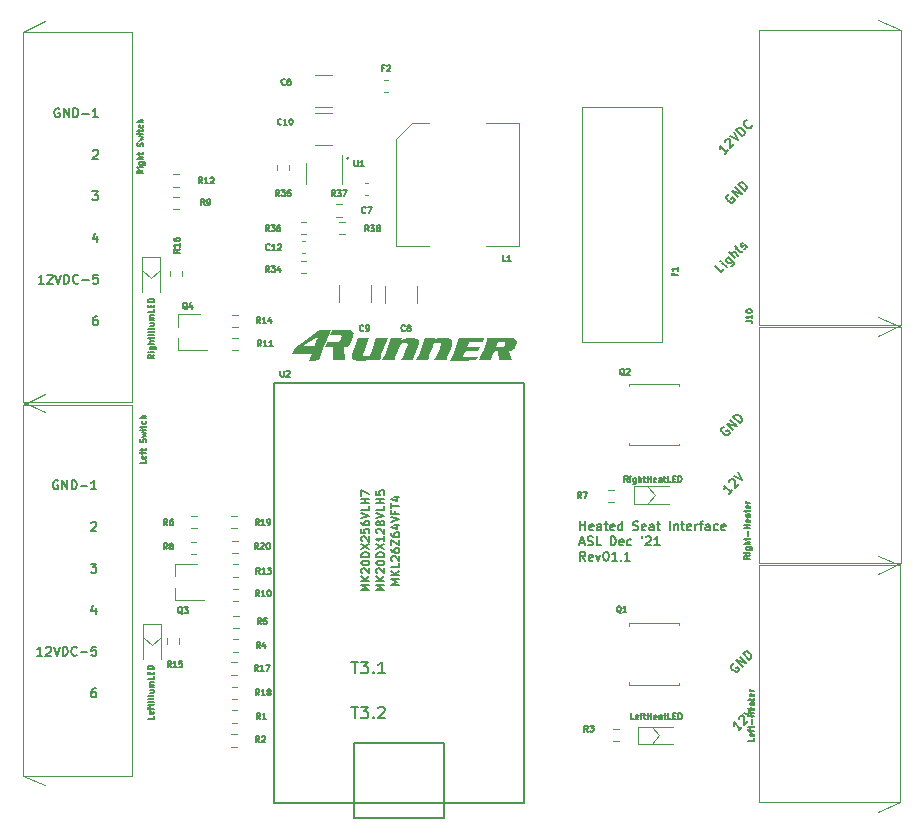
<source format=gbr>
%TF.GenerationSoftware,KiCad,Pcbnew,(5.1.9)-1*%
%TF.CreationDate,2021-12-25T23:37:10-05:00*%
%TF.ProjectId,4runner-seat-heat,3472756e-6e65-4722-9d73-6561742d6865,rev?*%
%TF.SameCoordinates,Original*%
%TF.FileFunction,Legend,Top*%
%TF.FilePolarity,Positive*%
%FSLAX46Y46*%
G04 Gerber Fmt 4.6, Leading zero omitted, Abs format (unit mm)*
G04 Created by KiCad (PCBNEW (5.1.9)-1) date 2021-12-25 23:37:10*
%MOMM*%
%LPD*%
G01*
G04 APERTURE LIST*
%ADD10C,0.152400*%
%ADD11C,0.190500*%
%ADD12C,0.100000*%
%ADD13C,0.150000*%
%ADD14C,0.120000*%
%ADD15C,0.127000*%
G04 APERTURE END LIST*
D10*
X47206988Y-42292814D02*
X47206988Y-41530814D01*
X47206988Y-41893671D02*
X47642417Y-41893671D01*
X47642417Y-42292814D02*
X47642417Y-41530814D01*
X48295560Y-42256528D02*
X48222988Y-42292814D01*
X48077845Y-42292814D01*
X48005274Y-42256528D01*
X47968988Y-42183957D01*
X47968988Y-41893671D01*
X48005274Y-41821100D01*
X48077845Y-41784814D01*
X48222988Y-41784814D01*
X48295560Y-41821100D01*
X48331845Y-41893671D01*
X48331845Y-41966242D01*
X47968988Y-42038814D01*
X48984988Y-42292814D02*
X48984988Y-41893671D01*
X48948702Y-41821100D01*
X48876131Y-41784814D01*
X48730988Y-41784814D01*
X48658417Y-41821100D01*
X48984988Y-42256528D02*
X48912417Y-42292814D01*
X48730988Y-42292814D01*
X48658417Y-42256528D01*
X48622131Y-42183957D01*
X48622131Y-42111385D01*
X48658417Y-42038814D01*
X48730988Y-42002528D01*
X48912417Y-42002528D01*
X48984988Y-41966242D01*
X49238988Y-41784814D02*
X49529274Y-41784814D01*
X49347845Y-41530814D02*
X49347845Y-42183957D01*
X49384131Y-42256528D01*
X49456702Y-42292814D01*
X49529274Y-42292814D01*
X50073560Y-42256528D02*
X50000988Y-42292814D01*
X49855845Y-42292814D01*
X49783274Y-42256528D01*
X49746988Y-42183957D01*
X49746988Y-41893671D01*
X49783274Y-41821100D01*
X49855845Y-41784814D01*
X50000988Y-41784814D01*
X50073560Y-41821100D01*
X50109845Y-41893671D01*
X50109845Y-41966242D01*
X49746988Y-42038814D01*
X50762988Y-42292814D02*
X50762988Y-41530814D01*
X50762988Y-42256528D02*
X50690417Y-42292814D01*
X50545274Y-42292814D01*
X50472702Y-42256528D01*
X50436417Y-42220242D01*
X50400131Y-42147671D01*
X50400131Y-41929957D01*
X50436417Y-41857385D01*
X50472702Y-41821100D01*
X50545274Y-41784814D01*
X50690417Y-41784814D01*
X50762988Y-41821100D01*
X51670131Y-42256528D02*
X51778988Y-42292814D01*
X51960417Y-42292814D01*
X52032988Y-42256528D01*
X52069274Y-42220242D01*
X52105560Y-42147671D01*
X52105560Y-42075100D01*
X52069274Y-42002528D01*
X52032988Y-41966242D01*
X51960417Y-41929957D01*
X51815274Y-41893671D01*
X51742702Y-41857385D01*
X51706417Y-41821100D01*
X51670131Y-41748528D01*
X51670131Y-41675957D01*
X51706417Y-41603385D01*
X51742702Y-41567100D01*
X51815274Y-41530814D01*
X51996702Y-41530814D01*
X52105560Y-41567100D01*
X52722417Y-42256528D02*
X52649845Y-42292814D01*
X52504702Y-42292814D01*
X52432131Y-42256528D01*
X52395845Y-42183957D01*
X52395845Y-41893671D01*
X52432131Y-41821100D01*
X52504702Y-41784814D01*
X52649845Y-41784814D01*
X52722417Y-41821100D01*
X52758702Y-41893671D01*
X52758702Y-41966242D01*
X52395845Y-42038814D01*
X53411845Y-42292814D02*
X53411845Y-41893671D01*
X53375560Y-41821100D01*
X53302988Y-41784814D01*
X53157845Y-41784814D01*
X53085274Y-41821100D01*
X53411845Y-42256528D02*
X53339274Y-42292814D01*
X53157845Y-42292814D01*
X53085274Y-42256528D01*
X53048988Y-42183957D01*
X53048988Y-42111385D01*
X53085274Y-42038814D01*
X53157845Y-42002528D01*
X53339274Y-42002528D01*
X53411845Y-41966242D01*
X53665845Y-41784814D02*
X53956131Y-41784814D01*
X53774702Y-41530814D02*
X53774702Y-42183957D01*
X53810988Y-42256528D01*
X53883560Y-42292814D01*
X53956131Y-42292814D01*
X54790702Y-42292814D02*
X54790702Y-41530814D01*
X55153560Y-41784814D02*
X55153560Y-42292814D01*
X55153560Y-41857385D02*
X55189845Y-41821100D01*
X55262417Y-41784814D01*
X55371274Y-41784814D01*
X55443845Y-41821100D01*
X55480131Y-41893671D01*
X55480131Y-42292814D01*
X55734131Y-41784814D02*
X56024417Y-41784814D01*
X55842988Y-41530814D02*
X55842988Y-42183957D01*
X55879274Y-42256528D01*
X55951845Y-42292814D01*
X56024417Y-42292814D01*
X56568702Y-42256528D02*
X56496131Y-42292814D01*
X56350988Y-42292814D01*
X56278417Y-42256528D01*
X56242131Y-42183957D01*
X56242131Y-41893671D01*
X56278417Y-41821100D01*
X56350988Y-41784814D01*
X56496131Y-41784814D01*
X56568702Y-41821100D01*
X56604988Y-41893671D01*
X56604988Y-41966242D01*
X56242131Y-42038814D01*
X56931560Y-42292814D02*
X56931560Y-41784814D01*
X56931560Y-41929957D02*
X56967845Y-41857385D01*
X57004131Y-41821100D01*
X57076702Y-41784814D01*
X57149274Y-41784814D01*
X57294417Y-41784814D02*
X57584702Y-41784814D01*
X57403274Y-42292814D02*
X57403274Y-41639671D01*
X57439560Y-41567100D01*
X57512131Y-41530814D01*
X57584702Y-41530814D01*
X58165274Y-42292814D02*
X58165274Y-41893671D01*
X58128988Y-41821100D01*
X58056417Y-41784814D01*
X57911274Y-41784814D01*
X57838702Y-41821100D01*
X58165274Y-42256528D02*
X58092702Y-42292814D01*
X57911274Y-42292814D01*
X57838702Y-42256528D01*
X57802417Y-42183957D01*
X57802417Y-42111385D01*
X57838702Y-42038814D01*
X57911274Y-42002528D01*
X58092702Y-42002528D01*
X58165274Y-41966242D01*
X58854702Y-42256528D02*
X58782131Y-42292814D01*
X58636988Y-42292814D01*
X58564417Y-42256528D01*
X58528131Y-42220242D01*
X58491845Y-42147671D01*
X58491845Y-41929957D01*
X58528131Y-41857385D01*
X58564417Y-41821100D01*
X58636988Y-41784814D01*
X58782131Y-41784814D01*
X58854702Y-41821100D01*
X59471560Y-42256528D02*
X59398988Y-42292814D01*
X59253845Y-42292814D01*
X59181274Y-42256528D01*
X59144988Y-42183957D01*
X59144988Y-41893671D01*
X59181274Y-41821100D01*
X59253845Y-41784814D01*
X59398988Y-41784814D01*
X59471560Y-41821100D01*
X59507845Y-41893671D01*
X59507845Y-41966242D01*
X59144988Y-42038814D01*
X47170702Y-43370500D02*
X47533560Y-43370500D01*
X47098131Y-43588214D02*
X47352131Y-42826214D01*
X47606131Y-43588214D01*
X47823845Y-43551928D02*
X47932702Y-43588214D01*
X48114131Y-43588214D01*
X48186702Y-43551928D01*
X48222988Y-43515642D01*
X48259274Y-43443071D01*
X48259274Y-43370500D01*
X48222988Y-43297928D01*
X48186702Y-43261642D01*
X48114131Y-43225357D01*
X47968988Y-43189071D01*
X47896417Y-43152785D01*
X47860131Y-43116500D01*
X47823845Y-43043928D01*
X47823845Y-42971357D01*
X47860131Y-42898785D01*
X47896417Y-42862500D01*
X47968988Y-42826214D01*
X48150417Y-42826214D01*
X48259274Y-42862500D01*
X48948702Y-43588214D02*
X48585845Y-43588214D01*
X48585845Y-42826214D01*
X49783274Y-43588214D02*
X49783274Y-42826214D01*
X49964702Y-42826214D01*
X50073560Y-42862500D01*
X50146131Y-42935071D01*
X50182417Y-43007642D01*
X50218702Y-43152785D01*
X50218702Y-43261642D01*
X50182417Y-43406785D01*
X50146131Y-43479357D01*
X50073560Y-43551928D01*
X49964702Y-43588214D01*
X49783274Y-43588214D01*
X50835560Y-43551928D02*
X50762988Y-43588214D01*
X50617845Y-43588214D01*
X50545274Y-43551928D01*
X50508988Y-43479357D01*
X50508988Y-43189071D01*
X50545274Y-43116500D01*
X50617845Y-43080214D01*
X50762988Y-43080214D01*
X50835560Y-43116500D01*
X50871845Y-43189071D01*
X50871845Y-43261642D01*
X50508988Y-43334214D01*
X51524988Y-43551928D02*
X51452417Y-43588214D01*
X51307274Y-43588214D01*
X51234702Y-43551928D01*
X51198417Y-43515642D01*
X51162131Y-43443071D01*
X51162131Y-43225357D01*
X51198417Y-43152785D01*
X51234702Y-43116500D01*
X51307274Y-43080214D01*
X51452417Y-43080214D01*
X51524988Y-43116500D01*
X52468417Y-42826214D02*
X52395845Y-42971357D01*
X52758702Y-42898785D02*
X52794988Y-42862500D01*
X52867560Y-42826214D01*
X53048988Y-42826214D01*
X53121560Y-42862500D01*
X53157845Y-42898785D01*
X53194131Y-42971357D01*
X53194131Y-43043928D01*
X53157845Y-43152785D01*
X52722417Y-43588214D01*
X53194131Y-43588214D01*
X53919845Y-43588214D02*
X53484417Y-43588214D01*
X53702131Y-43588214D02*
X53702131Y-42826214D01*
X53629560Y-42935071D01*
X53556988Y-43007642D01*
X53484417Y-43043928D01*
X47642417Y-44883614D02*
X47388417Y-44520757D01*
X47206988Y-44883614D02*
X47206988Y-44121614D01*
X47497274Y-44121614D01*
X47569845Y-44157900D01*
X47606131Y-44194185D01*
X47642417Y-44266757D01*
X47642417Y-44375614D01*
X47606131Y-44448185D01*
X47569845Y-44484471D01*
X47497274Y-44520757D01*
X47206988Y-44520757D01*
X48259274Y-44847328D02*
X48186702Y-44883614D01*
X48041560Y-44883614D01*
X47968988Y-44847328D01*
X47932702Y-44774757D01*
X47932702Y-44484471D01*
X47968988Y-44411900D01*
X48041560Y-44375614D01*
X48186702Y-44375614D01*
X48259274Y-44411900D01*
X48295560Y-44484471D01*
X48295560Y-44557042D01*
X47932702Y-44629614D01*
X48549560Y-44375614D02*
X48730988Y-44883614D01*
X48912417Y-44375614D01*
X49347845Y-44121614D02*
X49420417Y-44121614D01*
X49492988Y-44157900D01*
X49529274Y-44194185D01*
X49565560Y-44266757D01*
X49601845Y-44411900D01*
X49601845Y-44593328D01*
X49565560Y-44738471D01*
X49529274Y-44811042D01*
X49492988Y-44847328D01*
X49420417Y-44883614D01*
X49347845Y-44883614D01*
X49275274Y-44847328D01*
X49238988Y-44811042D01*
X49202702Y-44738471D01*
X49166417Y-44593328D01*
X49166417Y-44411900D01*
X49202702Y-44266757D01*
X49238988Y-44194185D01*
X49275274Y-44157900D01*
X49347845Y-44121614D01*
X50327560Y-44883614D02*
X49892131Y-44883614D01*
X50109845Y-44883614D02*
X50109845Y-44121614D01*
X50037274Y-44230471D01*
X49964702Y-44303042D01*
X49892131Y-44339328D01*
X50654131Y-44811042D02*
X50690417Y-44847328D01*
X50654131Y-44883614D01*
X50617845Y-44847328D01*
X50654131Y-44811042D01*
X50654131Y-44883614D01*
X51416131Y-44883614D02*
X50980702Y-44883614D01*
X51198417Y-44883614D02*
X51198417Y-44121614D01*
X51125845Y-44230471D01*
X51053274Y-44303042D01*
X50980702Y-44339328D01*
D11*
X5809343Y-41669425D02*
X5845629Y-41633140D01*
X5918200Y-41596854D01*
X6099629Y-41596854D01*
X6172200Y-41633140D01*
X6208486Y-41669425D01*
X6244772Y-41741997D01*
X6244772Y-41814568D01*
X6208486Y-41923425D01*
X5773058Y-42358854D01*
X6244772Y-42358854D01*
X6172200Y-48891734D02*
X6172200Y-49399734D01*
X5990772Y-48601448D02*
X5809343Y-49145734D01*
X6281058Y-49145734D01*
X5773058Y-45117294D02*
X6244772Y-45117294D01*
X5990772Y-45407580D01*
X6099629Y-45407580D01*
X6172200Y-45443865D01*
X6208486Y-45480151D01*
X6244772Y-45552722D01*
X6244772Y-45734151D01*
X6208486Y-45806722D01*
X6172200Y-45843008D01*
X6099629Y-45879294D01*
X5881915Y-45879294D01*
X5809343Y-45843008D01*
X5773058Y-45806722D01*
X1672772Y-52920174D02*
X1237343Y-52920174D01*
X1455058Y-52920174D02*
X1455058Y-52158174D01*
X1382486Y-52267031D01*
X1309915Y-52339602D01*
X1237343Y-52375888D01*
X1963058Y-52230745D02*
X1999343Y-52194460D01*
X2071915Y-52158174D01*
X2253343Y-52158174D01*
X2325915Y-52194460D01*
X2362200Y-52230745D01*
X2398486Y-52303317D01*
X2398486Y-52375888D01*
X2362200Y-52484745D01*
X1926772Y-52920174D01*
X2398486Y-52920174D01*
X2616200Y-52158174D02*
X2870200Y-52920174D01*
X3124200Y-52158174D01*
X3378200Y-52920174D02*
X3378200Y-52158174D01*
X3559629Y-52158174D01*
X3668486Y-52194460D01*
X3741058Y-52267031D01*
X3777343Y-52339602D01*
X3813629Y-52484745D01*
X3813629Y-52593602D01*
X3777343Y-52738745D01*
X3741058Y-52811317D01*
X3668486Y-52883888D01*
X3559629Y-52920174D01*
X3378200Y-52920174D01*
X4575629Y-52847602D02*
X4539343Y-52883888D01*
X4430486Y-52920174D01*
X4357915Y-52920174D01*
X4249058Y-52883888D01*
X4176486Y-52811317D01*
X4140200Y-52738745D01*
X4103915Y-52593602D01*
X4103915Y-52484745D01*
X4140200Y-52339602D01*
X4176486Y-52267031D01*
X4249058Y-52194460D01*
X4357915Y-52158174D01*
X4430486Y-52158174D01*
X4539343Y-52194460D01*
X4575629Y-52230745D01*
X4902200Y-52629888D02*
X5482772Y-52629888D01*
X6208486Y-52158174D02*
X5845629Y-52158174D01*
X5809343Y-52521031D01*
X5845629Y-52484745D01*
X5918200Y-52448460D01*
X6099629Y-52448460D01*
X6172200Y-52484745D01*
X6208486Y-52521031D01*
X6244772Y-52593602D01*
X6244772Y-52775031D01*
X6208486Y-52847602D01*
X6172200Y-52883888D01*
X6099629Y-52920174D01*
X5918200Y-52920174D01*
X5845629Y-52883888D01*
X5809343Y-52847602D01*
X6172200Y-55678614D02*
X6027058Y-55678614D01*
X5954486Y-55714900D01*
X5918200Y-55751185D01*
X5845629Y-55860042D01*
X5809343Y-56005185D01*
X5809343Y-56295471D01*
X5845629Y-56368042D01*
X5881915Y-56404328D01*
X5954486Y-56440614D01*
X6099629Y-56440614D01*
X6172200Y-56404328D01*
X6208486Y-56368042D01*
X6244772Y-56295471D01*
X6244772Y-56114042D01*
X6208486Y-56041471D01*
X6172200Y-56005185D01*
X6099629Y-55968900D01*
X5954486Y-55968900D01*
X5881915Y-56005185D01*
X5845629Y-56041471D01*
X5809343Y-56114042D01*
X2979057Y-38112700D02*
X2906485Y-38076414D01*
X2797628Y-38076414D01*
X2688771Y-38112700D01*
X2616200Y-38185271D01*
X2579914Y-38257842D01*
X2543628Y-38402985D01*
X2543628Y-38511842D01*
X2579914Y-38656985D01*
X2616200Y-38729557D01*
X2688771Y-38802128D01*
X2797628Y-38838414D01*
X2870200Y-38838414D01*
X2979057Y-38802128D01*
X3015342Y-38765842D01*
X3015342Y-38511842D01*
X2870200Y-38511842D01*
X3341914Y-38838414D02*
X3341914Y-38076414D01*
X3777342Y-38838414D01*
X3777342Y-38076414D01*
X4140200Y-38838414D02*
X4140200Y-38076414D01*
X4321628Y-38076414D01*
X4430485Y-38112700D01*
X4503057Y-38185271D01*
X4539342Y-38257842D01*
X4575628Y-38402985D01*
X4575628Y-38511842D01*
X4539342Y-38656985D01*
X4503057Y-38729557D01*
X4430485Y-38802128D01*
X4321628Y-38838414D01*
X4140200Y-38838414D01*
X4902200Y-38548128D02*
X5482771Y-38548128D01*
X6244771Y-38838414D02*
X5809342Y-38838414D01*
X6027057Y-38838414D02*
X6027057Y-38076414D01*
X5954485Y-38185271D01*
X5881914Y-38257842D01*
X5809342Y-38294128D01*
X6299200Y-24169914D02*
X6154058Y-24169914D01*
X6081486Y-24206200D01*
X6045200Y-24242485D01*
X5972629Y-24351342D01*
X5936343Y-24496485D01*
X5936343Y-24786771D01*
X5972629Y-24859342D01*
X6008915Y-24895628D01*
X6081486Y-24931914D01*
X6226629Y-24931914D01*
X6299200Y-24895628D01*
X6335486Y-24859342D01*
X6371772Y-24786771D01*
X6371772Y-24605342D01*
X6335486Y-24532771D01*
X6299200Y-24496485D01*
X6226629Y-24460200D01*
X6081486Y-24460200D01*
X6008915Y-24496485D01*
X5972629Y-24532771D01*
X5936343Y-24605342D01*
X1799772Y-21411474D02*
X1364343Y-21411474D01*
X1582058Y-21411474D02*
X1582058Y-20649474D01*
X1509486Y-20758331D01*
X1436915Y-20830902D01*
X1364343Y-20867188D01*
X2090058Y-20722045D02*
X2126343Y-20685760D01*
X2198915Y-20649474D01*
X2380343Y-20649474D01*
X2452915Y-20685760D01*
X2489200Y-20722045D01*
X2525486Y-20794617D01*
X2525486Y-20867188D01*
X2489200Y-20976045D01*
X2053772Y-21411474D01*
X2525486Y-21411474D01*
X2743200Y-20649474D02*
X2997200Y-21411474D01*
X3251200Y-20649474D01*
X3505200Y-21411474D02*
X3505200Y-20649474D01*
X3686629Y-20649474D01*
X3795486Y-20685760D01*
X3868058Y-20758331D01*
X3904343Y-20830902D01*
X3940629Y-20976045D01*
X3940629Y-21084902D01*
X3904343Y-21230045D01*
X3868058Y-21302617D01*
X3795486Y-21375188D01*
X3686629Y-21411474D01*
X3505200Y-21411474D01*
X4702629Y-21338902D02*
X4666343Y-21375188D01*
X4557486Y-21411474D01*
X4484915Y-21411474D01*
X4376058Y-21375188D01*
X4303486Y-21302617D01*
X4267200Y-21230045D01*
X4230915Y-21084902D01*
X4230915Y-20976045D01*
X4267200Y-20830902D01*
X4303486Y-20758331D01*
X4376058Y-20685760D01*
X4484915Y-20649474D01*
X4557486Y-20649474D01*
X4666343Y-20685760D01*
X4702629Y-20722045D01*
X5029200Y-21121188D02*
X5609772Y-21121188D01*
X6335486Y-20649474D02*
X5972629Y-20649474D01*
X5936343Y-21012331D01*
X5972629Y-20976045D01*
X6045200Y-20939760D01*
X6226629Y-20939760D01*
X6299200Y-20976045D01*
X6335486Y-21012331D01*
X6371772Y-21084902D01*
X6371772Y-21266331D01*
X6335486Y-21338902D01*
X6299200Y-21375188D01*
X6226629Y-21411474D01*
X6045200Y-21411474D01*
X5972629Y-21375188D01*
X5936343Y-21338902D01*
X6299200Y-17383034D02*
X6299200Y-17891034D01*
X6117772Y-17092748D02*
X5936343Y-17637034D01*
X6408058Y-17637034D01*
X5900058Y-13608594D02*
X6371772Y-13608594D01*
X6117772Y-13898880D01*
X6226629Y-13898880D01*
X6299200Y-13935165D01*
X6335486Y-13971451D01*
X6371772Y-14044022D01*
X6371772Y-14225451D01*
X6335486Y-14298022D01*
X6299200Y-14334308D01*
X6226629Y-14370594D01*
X6008915Y-14370594D01*
X5936343Y-14334308D01*
X5900058Y-14298022D01*
X5936343Y-10160725D02*
X5972629Y-10124440D01*
X6045200Y-10088154D01*
X6226629Y-10088154D01*
X6299200Y-10124440D01*
X6335486Y-10160725D01*
X6371772Y-10233297D01*
X6371772Y-10305868D01*
X6335486Y-10414725D01*
X5900058Y-10850154D01*
X6371772Y-10850154D01*
X3106057Y-6604000D02*
X3033485Y-6567714D01*
X2924628Y-6567714D01*
X2815771Y-6604000D01*
X2743200Y-6676571D01*
X2706914Y-6749142D01*
X2670628Y-6894285D01*
X2670628Y-7003142D01*
X2706914Y-7148285D01*
X2743200Y-7220857D01*
X2815771Y-7293428D01*
X2924628Y-7329714D01*
X2997200Y-7329714D01*
X3106057Y-7293428D01*
X3142342Y-7257142D01*
X3142342Y-7003142D01*
X2997200Y-7003142D01*
X3468914Y-7329714D02*
X3468914Y-6567714D01*
X3904342Y-7329714D01*
X3904342Y-6567714D01*
X4267200Y-7329714D02*
X4267200Y-6567714D01*
X4448628Y-6567714D01*
X4557485Y-6604000D01*
X4630057Y-6676571D01*
X4666342Y-6749142D01*
X4702628Y-6894285D01*
X4702628Y-7003142D01*
X4666342Y-7148285D01*
X4630057Y-7220857D01*
X4557485Y-7293428D01*
X4448628Y-7329714D01*
X4267200Y-7329714D01*
X5029200Y-7039428D02*
X5609771Y-7039428D01*
X6371771Y-7329714D02*
X5936342Y-7329714D01*
X6154057Y-7329714D02*
X6154057Y-6567714D01*
X6081485Y-6676571D01*
X6008914Y-6749142D01*
X5936342Y-6785428D01*
X60920997Y-58946502D02*
X60613102Y-59254396D01*
X60767050Y-59100449D02*
X60228234Y-58561634D01*
X60253892Y-58689923D01*
X60253892Y-58792554D01*
X60228234Y-58869528D01*
X60638760Y-58253739D02*
X60638760Y-58202423D01*
X60664418Y-58125450D01*
X60792708Y-57997160D01*
X60869681Y-57971502D01*
X60920997Y-57971502D01*
X60997971Y-57997160D01*
X61049286Y-58048476D01*
X61100602Y-58151108D01*
X61100602Y-58766897D01*
X61434154Y-58433344D01*
X61049286Y-57740582D02*
X61767707Y-58099792D01*
X61408497Y-57381371D01*
X60191166Y-53582718D02*
X60114192Y-53608376D01*
X60037219Y-53685349D01*
X59985903Y-53787981D01*
X59985903Y-53890612D01*
X60011561Y-53967586D01*
X60088534Y-54095875D01*
X60165508Y-54172849D01*
X60293797Y-54249823D01*
X60370771Y-54275480D01*
X60473402Y-54275480D01*
X60576034Y-54224165D01*
X60627350Y-54172849D01*
X60678665Y-54070217D01*
X60678665Y-54018902D01*
X60499060Y-53839297D01*
X60396429Y-53941928D01*
X60960902Y-53839297D02*
X60422087Y-53300481D01*
X61268797Y-53531402D01*
X60729981Y-52992587D01*
X61525375Y-53274823D02*
X60986560Y-52736008D01*
X61114849Y-52607719D01*
X61217481Y-52556403D01*
X61320112Y-52556403D01*
X61397086Y-52582061D01*
X61525375Y-52659034D01*
X61602349Y-52736008D01*
X61679323Y-52864297D01*
X61704980Y-52941271D01*
X61704980Y-53043902D01*
X61653665Y-53146534D01*
X61525375Y-53274823D01*
X59365666Y-33554818D02*
X59288692Y-33580476D01*
X59211719Y-33657449D01*
X59160403Y-33760081D01*
X59160403Y-33862712D01*
X59186061Y-33939686D01*
X59263034Y-34067975D01*
X59340008Y-34144949D01*
X59468297Y-34221923D01*
X59545271Y-34247580D01*
X59647902Y-34247580D01*
X59750534Y-34196265D01*
X59801850Y-34144949D01*
X59853165Y-34042317D01*
X59853165Y-33991002D01*
X59673560Y-33811397D01*
X59570929Y-33914028D01*
X60135402Y-33811397D02*
X59596587Y-33272581D01*
X60443297Y-33503502D01*
X59904481Y-32964687D01*
X60699875Y-33246923D02*
X60161060Y-32708108D01*
X60289349Y-32579819D01*
X60391981Y-32528503D01*
X60494612Y-32528503D01*
X60571586Y-32554161D01*
X60699875Y-32631134D01*
X60776849Y-32708108D01*
X60853823Y-32836397D01*
X60879480Y-32913371D01*
X60879480Y-33016002D01*
X60828165Y-33118634D01*
X60699875Y-33246923D01*
X60095497Y-38918602D02*
X59787602Y-39226496D01*
X59941550Y-39072549D02*
X59402734Y-38533734D01*
X59428392Y-38662023D01*
X59428392Y-38764654D01*
X59402734Y-38841628D01*
X59813260Y-38225839D02*
X59813260Y-38174523D01*
X59838918Y-38097550D01*
X59967208Y-37969260D01*
X60044181Y-37943602D01*
X60095497Y-37943602D01*
X60172471Y-37969260D01*
X60223786Y-38020576D01*
X60275102Y-38123208D01*
X60275102Y-38738997D01*
X60608654Y-38405444D01*
X60223786Y-37712682D02*
X60942207Y-38071892D01*
X60582997Y-37353471D01*
X59417497Y-20203701D02*
X59160919Y-20460280D01*
X58622103Y-19921465D01*
X59597102Y-20024096D02*
X59237892Y-19664886D01*
X59058287Y-19485281D02*
X59058287Y-19536597D01*
X59109603Y-19536597D01*
X59109603Y-19485281D01*
X59058287Y-19485281D01*
X59109603Y-19536597D01*
X59725392Y-19177386D02*
X60161576Y-19613570D01*
X60187234Y-19690544D01*
X60187234Y-19741860D01*
X60161576Y-19818833D01*
X60084602Y-19895807D01*
X60007628Y-19921465D01*
X60058944Y-19510939D02*
X60033286Y-19587912D01*
X59930655Y-19690544D01*
X59853681Y-19716202D01*
X59802365Y-19716202D01*
X59725392Y-19690544D01*
X59571445Y-19536597D01*
X59545787Y-19459623D01*
X59545787Y-19408307D01*
X59571445Y-19331334D01*
X59674076Y-19228702D01*
X59751050Y-19203044D01*
X60341181Y-19280018D02*
X59802365Y-18741202D01*
X60572102Y-19049097D02*
X60289865Y-18766860D01*
X60212891Y-18741202D01*
X60135918Y-18766860D01*
X60058944Y-18843834D01*
X60033286Y-18920808D01*
X60033286Y-18972123D01*
X60392497Y-18510282D02*
X60597760Y-18305019D01*
X60289865Y-18253703D02*
X60751707Y-18715545D01*
X60828680Y-18741202D01*
X60905654Y-18715545D01*
X60956970Y-18664229D01*
X61085259Y-18484624D02*
X61162233Y-18458966D01*
X61264864Y-18356334D01*
X61290522Y-18279361D01*
X61264864Y-18202387D01*
X61239206Y-18176729D01*
X61162233Y-18151071D01*
X61085259Y-18176729D01*
X61008286Y-18253703D01*
X60931312Y-18279361D01*
X60854338Y-18253703D01*
X60828680Y-18228045D01*
X60803023Y-18151071D01*
X60828680Y-18074098D01*
X60905654Y-17997124D01*
X60982628Y-17971466D01*
X59784766Y-13869818D02*
X59707792Y-13895476D01*
X59630819Y-13972449D01*
X59579503Y-14075081D01*
X59579503Y-14177712D01*
X59605161Y-14254686D01*
X59682134Y-14382975D01*
X59759108Y-14459949D01*
X59887397Y-14536923D01*
X59964371Y-14562580D01*
X60067002Y-14562580D01*
X60169634Y-14511265D01*
X60220950Y-14459949D01*
X60272265Y-14357317D01*
X60272265Y-14306002D01*
X60092660Y-14126397D01*
X59990029Y-14229028D01*
X60554502Y-14126397D02*
X60015687Y-13587581D01*
X60862397Y-13818502D01*
X60323581Y-13279687D01*
X61118975Y-13561923D02*
X60580160Y-13023108D01*
X60708449Y-12894819D01*
X60811081Y-12843503D01*
X60913712Y-12843503D01*
X60990686Y-12869161D01*
X61118975Y-12946134D01*
X61195949Y-13023108D01*
X61272923Y-13151397D01*
X61298580Y-13228371D01*
X61298580Y-13331002D01*
X61247265Y-13433634D01*
X61118975Y-13561923D01*
X59734482Y-10133117D02*
X59426587Y-10441012D01*
X59580534Y-10287064D02*
X59041719Y-9748249D01*
X59067377Y-9876538D01*
X59067377Y-9979170D01*
X59041719Y-10056143D01*
X59452245Y-9440354D02*
X59452245Y-9389039D01*
X59477903Y-9312065D01*
X59606192Y-9183776D01*
X59683166Y-9158118D01*
X59734482Y-9158118D01*
X59811455Y-9183776D01*
X59862771Y-9235091D01*
X59914087Y-9337723D01*
X59914087Y-9953512D01*
X60247639Y-9619960D01*
X59862771Y-8927197D02*
X60581191Y-9286407D01*
X60221981Y-8567987D01*
X60940402Y-8927197D02*
X60401586Y-8388382D01*
X60529876Y-8260092D01*
X60632507Y-8208776D01*
X60735139Y-8208776D01*
X60812112Y-8234434D01*
X60940402Y-8311408D01*
X61017375Y-8388382D01*
X61094349Y-8516671D01*
X61120007Y-8593645D01*
X61120007Y-8696276D01*
X61068691Y-8798908D01*
X60940402Y-8927197D01*
X61735796Y-8029171D02*
X61735796Y-8080487D01*
X61684480Y-8183119D01*
X61633164Y-8234434D01*
X61530533Y-8285750D01*
X61427901Y-8285750D01*
X61350928Y-8260092D01*
X61222638Y-8183119D01*
X61145665Y-8106145D01*
X61068691Y-7977856D01*
X61043033Y-7900882D01*
X61043033Y-7798250D01*
X61094349Y-7695619D01*
X61145665Y-7644303D01*
X61248296Y-7592987D01*
X61299612Y-7592987D01*
D12*
%TO.C,4runnerGraphic*%
G36*
X38971600Y-26382300D02*
G01*
X38412600Y-26373300D01*
X37871600Y-26370300D01*
X37802600Y-26392400D01*
X37757600Y-26449300D01*
X37685600Y-26615300D01*
X37620600Y-26789300D01*
X38720600Y-26789300D01*
X38584600Y-27139300D01*
X38092600Y-27131800D01*
X37617600Y-27117300D01*
X37555600Y-27114000D01*
X37500600Y-27142200D01*
X37455600Y-27184200D01*
X37437600Y-27243300D01*
X37375600Y-27419300D01*
X37302600Y-27597300D01*
X38541600Y-27597300D01*
X38452600Y-27741300D01*
X38356600Y-27887300D01*
X38321600Y-27919100D01*
X38275600Y-27928300D01*
X37226600Y-27930300D01*
X36186600Y-27930300D01*
X36398600Y-27475100D01*
X36768600Y-26542600D01*
X36927600Y-26066300D01*
X39027600Y-26066300D01*
X38971600Y-26382300D01*
G37*
G36*
X27569600Y-25358300D02*
G01*
X27721600Y-25365800D01*
X27923600Y-25433000D01*
X28012600Y-25569100D01*
X27999600Y-25781100D01*
X27953600Y-25921300D01*
X27861600Y-26161800D01*
X27771600Y-26403300D01*
X27742600Y-26494300D01*
X27639600Y-26647200D01*
X27493600Y-26756800D01*
X27317600Y-26813600D01*
X27222600Y-26816300D01*
X27318600Y-27923300D01*
X26249600Y-27923300D01*
X26249600Y-26823300D01*
X25610600Y-26823300D01*
X25687600Y-26619800D01*
X25763600Y-26436300D01*
X25801600Y-26401800D01*
X25863600Y-26391300D01*
X26239600Y-26387800D01*
X26619600Y-26391300D01*
X26703600Y-26393400D01*
X26836600Y-26305900D01*
X26867600Y-26228300D01*
X26917600Y-26092800D01*
X26967600Y-25958300D01*
X26999600Y-25863400D01*
X26949600Y-25790300D01*
X26851600Y-25787300D01*
X26022600Y-25787300D01*
X26099600Y-25583300D01*
X26175600Y-25395300D01*
X26211600Y-25365800D01*
X26269600Y-25358300D01*
X26919600Y-25354800D01*
X27569600Y-25358300D01*
G37*
G36*
X29075600Y-26731300D02*
G01*
X28942600Y-27069800D01*
X28813600Y-27410300D01*
X28787600Y-27488400D01*
X28831600Y-27551800D01*
X28913600Y-27554300D01*
X29095600Y-27556700D01*
X29304600Y-27555400D01*
X29405600Y-27491700D01*
X29486600Y-27304400D01*
X29549600Y-27136300D01*
X29666600Y-26842300D01*
X29775600Y-26551300D01*
X29849600Y-26308800D01*
X29917600Y-26051300D01*
X30911600Y-26051300D01*
X30542600Y-27007300D01*
X30452600Y-27228300D01*
X30371600Y-27452300D01*
X30304600Y-27677800D01*
X30241600Y-27923300D01*
X29326600Y-27923300D01*
X29343600Y-27797300D01*
X29288600Y-27853100D01*
X29166600Y-27914500D01*
X28967600Y-27936600D01*
X28829600Y-27932300D01*
X28558600Y-27931800D01*
X28287600Y-27932300D01*
X28142600Y-27923900D01*
X27955600Y-27847600D01*
X27874600Y-27711500D01*
X27873600Y-27528000D01*
X27898600Y-27421300D01*
X28041600Y-26993800D01*
X28206600Y-26573300D01*
X28282600Y-26317800D01*
X28354600Y-26047300D01*
X29341600Y-26047300D01*
X29075600Y-26731300D01*
G37*
G36*
X35529600Y-26044300D02*
G01*
X35819600Y-26044300D01*
X36107600Y-26066300D01*
X36167600Y-26069600D01*
X36274600Y-26117000D01*
X36316600Y-26158800D01*
X36352600Y-26206400D01*
X36385600Y-26318900D01*
X36380600Y-26378300D01*
X36362600Y-26552600D01*
X36312600Y-26720300D01*
X36172600Y-27089300D01*
X36032600Y-27459300D01*
X35964600Y-27683300D01*
X35907600Y-27925300D01*
X34827600Y-27925300D01*
X35012600Y-27600700D01*
X35316600Y-26919500D01*
X35435600Y-26565300D01*
X35456600Y-26501400D01*
X35405600Y-26426100D01*
X35335600Y-26420300D01*
X35310600Y-26420300D01*
X35143600Y-26418600D01*
X34944600Y-26425000D01*
X34842600Y-26490000D01*
X34763600Y-26666200D01*
X34705600Y-26820300D01*
X34570600Y-27158300D01*
X34442600Y-27498300D01*
X34383600Y-27701300D01*
X34335600Y-27922300D01*
X33285600Y-27922300D01*
X33514600Y-27473300D01*
X33882600Y-26536200D01*
X34020600Y-26051300D01*
X34920600Y-26051300D01*
X34902600Y-26219300D01*
X34969600Y-26145000D01*
X35119600Y-26064400D01*
X35363600Y-26037700D01*
X35529600Y-26044300D01*
G37*
G36*
X32683600Y-26048300D02*
G01*
X32947600Y-26045800D01*
X33211600Y-26061300D01*
X33314600Y-26076000D01*
X33464600Y-26146200D01*
X33546600Y-26264500D01*
X33557600Y-26429700D01*
X33532600Y-26531300D01*
X33380600Y-26975800D01*
X33213600Y-27417300D01*
X33140600Y-27660300D01*
X33069600Y-27925300D01*
X31993600Y-27925300D01*
X32174600Y-27616400D01*
X32469600Y-26965100D01*
X32582600Y-26625300D01*
X32627600Y-26512800D01*
X32567600Y-26428400D01*
X32445600Y-26425300D01*
X32290600Y-26424000D01*
X32106600Y-26432100D01*
X32011600Y-26496300D01*
X31936600Y-26664200D01*
X31882600Y-26809300D01*
X31752600Y-27136300D01*
X31628600Y-27465300D01*
X31562600Y-27684300D01*
X31501600Y-27925300D01*
X30458600Y-27925300D01*
X30686600Y-27476800D01*
X31051600Y-26540600D01*
X31187600Y-26056300D01*
X32087600Y-26056300D01*
X32064600Y-26233300D01*
X32131600Y-26155600D01*
X32278600Y-26071300D01*
X32518600Y-26042700D01*
X32683600Y-26048300D01*
G37*
G36*
X24990600Y-26002100D02*
G01*
X25047600Y-25851300D01*
X23827600Y-26643300D01*
X23639600Y-26408400D01*
X25009600Y-25417300D01*
X25055600Y-25386200D01*
X25109600Y-25374300D01*
X26073600Y-25374300D01*
X24990600Y-26002100D01*
G37*
G36*
X26027600Y-25504300D02*
G01*
X25984600Y-25618300D01*
X25542600Y-26734000D01*
X25099600Y-27848300D01*
X25063600Y-27905300D01*
X25012600Y-27928300D01*
X24604600Y-27931800D01*
X24208600Y-27930300D01*
X24485600Y-27356300D01*
X22813600Y-27356300D01*
X22862600Y-27175200D01*
X23055600Y-26858200D01*
X23193600Y-26731300D01*
X23639600Y-26408400D01*
X23827600Y-26643300D01*
X23834600Y-26672300D01*
X24672600Y-26672300D01*
X24717600Y-26648300D01*
X24749600Y-26592300D01*
X24847600Y-26360800D01*
X24941600Y-26127300D01*
X24989600Y-26004800D01*
X24990600Y-26002100D01*
X26073600Y-25374300D01*
X26027600Y-25504300D01*
G37*
G36*
X41527600Y-26065800D02*
G01*
X41645600Y-26087300D01*
X41679600Y-26096400D01*
X40331600Y-26367300D01*
X40298600Y-26367300D01*
X39307600Y-26184300D01*
X39330600Y-26061300D01*
X41408600Y-26061300D01*
X41527600Y-26065800D01*
G37*
G36*
X41711600Y-26104900D02*
G01*
X41804600Y-26159400D01*
X41852600Y-26238700D01*
X41854600Y-26344600D01*
X41836600Y-26409300D01*
X41750600Y-26645300D01*
X41652600Y-26877300D01*
X41607600Y-26966300D01*
X41450600Y-27081400D01*
X41352600Y-27098300D01*
X41272600Y-27111800D01*
X41183600Y-27130300D01*
X41387600Y-27927300D01*
X40342600Y-27927300D01*
X40212600Y-27137300D01*
X40189600Y-27124300D01*
X40029600Y-27111500D01*
X39897600Y-27192200D01*
X39841600Y-27341300D01*
X39741600Y-27621800D01*
X39641600Y-27922300D01*
X38641600Y-27922300D01*
X38836600Y-27472300D01*
X39019600Y-27009300D01*
X39128600Y-26783300D01*
X39284600Y-26307800D01*
X39307600Y-26184300D01*
X40298600Y-26367300D01*
X40238600Y-26386000D01*
X40198600Y-26435300D01*
X40128600Y-26609300D01*
X40053600Y-26809300D01*
X40535600Y-26809300D01*
X40678600Y-26794800D01*
X40759600Y-26736900D01*
X40819600Y-26606500D01*
X40855600Y-26500300D01*
X40872600Y-26433700D01*
X40825600Y-26371400D01*
X40763600Y-26367300D01*
X40331600Y-26367300D01*
X41679600Y-26096400D01*
X41711600Y-26104900D01*
G37*
D13*
%TO.C,U2*%
X35648900Y-65405000D02*
X35648900Y-66675000D01*
X35648900Y-66675000D02*
X28028900Y-66675000D01*
X28028900Y-66675000D02*
X28028900Y-65405000D01*
X35648900Y-60325000D02*
X28028900Y-60325000D01*
X28028900Y-60325000D02*
X28028900Y-65405000D01*
X35648900Y-60325000D02*
X35648900Y-65405000D01*
X21238900Y-65425000D02*
X21238900Y-29865000D01*
X21238900Y-29825000D02*
X42438900Y-29825000D01*
X42438900Y-29845000D02*
X42438900Y-65405000D01*
X42438900Y-65405000D02*
X21238900Y-65405000D01*
D14*
%TO.C,J10*%
X74338200Y-24939800D02*
X72438200Y-25839800D01*
X74338200Y60200D02*
X72438200Y860200D01*
X62338200Y50200D02*
X63638200Y50200D01*
X62337200Y-17439800D02*
X62337200Y50200D01*
X74338200Y50200D02*
X63638200Y50200D01*
X74338200Y-24949800D02*
X74338200Y50200D01*
X64338200Y-24949800D02*
X74338200Y-24949800D01*
X62338200Y-24949800D02*
X64338200Y-24949800D01*
X62337200Y-17439800D02*
X62337200Y-24949800D01*
%TO.C,Left-Heater*%
X62311800Y-57795000D02*
X62311800Y-65285000D01*
X74312800Y-45285000D02*
X63612800Y-45285000D01*
X74312800Y-65285000D02*
X74312800Y-45285000D01*
X74312800Y-45275000D02*
X72412800Y-44475000D01*
X64312800Y-65285000D02*
X74312800Y-65285000D01*
X74312800Y-65275000D02*
X72412800Y-66175000D01*
X62312800Y-65285000D02*
X64312800Y-65285000D01*
X62312800Y-45285000D02*
X63612800Y-45285000D01*
X62311800Y-57795000D02*
X62311800Y-45285000D01*
%TO.C,Right-Heater*%
X62337200Y-37602000D02*
X62337200Y-45092000D01*
X74338200Y-25092000D02*
X63638200Y-25092000D01*
X74338200Y-45092000D02*
X74338200Y-25092000D01*
X74338200Y-25082000D02*
X72438200Y-24282000D01*
X64338200Y-45092000D02*
X74338200Y-45092000D01*
X74338200Y-45082000D02*
X72438200Y-45982000D01*
X62338200Y-45092000D02*
X64338200Y-45092000D01*
X62338200Y-25092000D02*
X63638200Y-25092000D01*
X62337200Y-37602000D02*
X62337200Y-25092000D01*
%TO.C,C7*%
X29223580Y-13908500D02*
X28942420Y-13908500D01*
X29223580Y-12888500D02*
X28942420Y-12888500D01*
%TO.C,C8*%
X33414800Y-23025152D02*
X33414800Y-21602648D01*
X30694800Y-23025152D02*
X30694800Y-21602648D01*
%TO.C,C9*%
X26783200Y-22999752D02*
X26783200Y-21577248D01*
X29503200Y-22999752D02*
X29503200Y-21577248D01*
%TO.C,C10*%
X24739548Y-9691200D02*
X26162052Y-9691200D01*
X24739548Y-6971200D02*
X26162052Y-6971200D01*
%TO.C,C6*%
X24726848Y-3745400D02*
X26149352Y-3745400D01*
X24726848Y-6465400D02*
X26149352Y-6465400D01*
%TO.C,C12*%
X23914980Y-17828800D02*
X23633820Y-17828800D01*
X23914980Y-18848800D02*
X23633820Y-18848800D01*
%TO.C,F1*%
X54165500Y-26390100D02*
X53189100Y-26390100D01*
X54165500Y-9690100D02*
X54165500Y-26390100D01*
X47389100Y-26390100D02*
X53189100Y-26390100D01*
X47389100Y-9690100D02*
X47389100Y-26390100D01*
X47389100Y-6490100D02*
X47389100Y-9690100D01*
X52489100Y-6490100D02*
X47389100Y-6490100D01*
X54165500Y-6490100D02*
X52489100Y-6490100D01*
X54165500Y-9690100D02*
X54165500Y-6490100D01*
%TO.C,F2*%
X30596621Y-5158200D02*
X30922179Y-5158200D01*
X30596621Y-4138200D02*
X30922179Y-4138200D01*
%TO.C,Right Switch*%
X9282000Y-6985000D02*
X9282000Y-85000D01*
X9282000Y-85000D02*
X8001000Y-85000D01*
X8001000Y-85000D02*
X1000Y-85000D01*
X1000Y-85000D02*
X1000Y-25485000D01*
X1000Y-25485000D02*
X1000Y-31485000D01*
X1000Y-31485000D02*
X8701000Y-31485000D01*
X9282000Y-6985000D02*
X9282000Y-31485000D01*
X9282000Y-31485000D02*
X8701000Y-31485000D01*
X1000Y-31485000D02*
X1901000Y-32285000D01*
X1000Y-85000D02*
X1901000Y815000D01*
%TO.C,Left Switch*%
X1000Y-31682600D02*
X1901000Y-30782600D01*
X1000Y-63082600D02*
X1901000Y-63882600D01*
X9282000Y-63082600D02*
X8701000Y-63082600D01*
X9282000Y-38582600D02*
X9282000Y-63082600D01*
X1000Y-63082600D02*
X8701000Y-63082600D01*
X1000Y-57082600D02*
X1000Y-63082600D01*
X1000Y-31682600D02*
X1000Y-57082600D01*
X8001000Y-31682600D02*
X1000Y-31682600D01*
X9282000Y-31682600D02*
X8001000Y-31682600D01*
X9282000Y-38582600D02*
X9282000Y-31682600D01*
%TO.C,R1*%
X18169658Y-58599600D02*
X17695142Y-58599600D01*
X18169658Y-57554600D02*
X17695142Y-57554600D01*
%TO.C,R3*%
X50491158Y-59142100D02*
X50016642Y-59142100D01*
X50491158Y-60187100D02*
X50016642Y-60187100D01*
%TO.C,R2*%
X17669742Y-59586600D02*
X18144258Y-59586600D01*
X17669742Y-60631600D02*
X18144258Y-60631600D01*
%TO.C,R9*%
X13242058Y-14069800D02*
X12767542Y-14069800D01*
X13242058Y-15114800D02*
X12767542Y-15114800D01*
%TO.C,R12*%
X13229358Y-13209800D02*
X12754842Y-13209800D01*
X13229358Y-12164800D02*
X12754842Y-12164800D01*
%TO.C,R4*%
X17784042Y-52592500D02*
X18258558Y-52592500D01*
X17784042Y-51547500D02*
X18258558Y-51547500D01*
%TO.C,R7*%
X50033958Y-39905200D02*
X49559442Y-39905200D01*
X50033958Y-38860200D02*
X49559442Y-38860200D01*
%TO.C,R5*%
X17809442Y-50573200D02*
X18283958Y-50573200D01*
X17809442Y-49528200D02*
X18283958Y-49528200D01*
%TO.C,R6*%
X14740658Y-42140400D02*
X14266142Y-42140400D01*
X14740658Y-41095400D02*
X14266142Y-41095400D01*
%TO.C,R8*%
X14715258Y-43267100D02*
X14240742Y-43267100D01*
X14715258Y-44312100D02*
X14240742Y-44312100D01*
%TO.C,R11*%
X17733242Y-27027400D02*
X18207758Y-27027400D01*
X17733242Y-25982400D02*
X18207758Y-25982400D01*
%TO.C,R10*%
X17784042Y-47267600D02*
X18258558Y-47267600D01*
X17784042Y-48312600D02*
X18258558Y-48312600D01*
%TO.C,R16*%
X12469600Y-20336742D02*
X12469600Y-20811258D01*
X13514600Y-20336742D02*
X13514600Y-20811258D01*
%TO.C,R15*%
X13273300Y-51439042D02*
X13273300Y-51913558D01*
X12228300Y-51439042D02*
X12228300Y-51913558D01*
%TO.C,R14*%
X18207758Y-25084300D02*
X17733242Y-25084300D01*
X18207758Y-24039300D02*
X17733242Y-24039300D01*
%TO.C,R13*%
X18271258Y-46242500D02*
X17796742Y-46242500D01*
X18271258Y-45197500D02*
X17796742Y-45197500D01*
%TO.C,R34*%
X24024358Y-19518100D02*
X23549842Y-19518100D01*
X24024358Y-20563100D02*
X23549842Y-20563100D01*
%TO.C,R35*%
X21499300Y-11357842D02*
X21499300Y-11832358D01*
X22544300Y-11357842D02*
X22544300Y-11832358D01*
%TO.C,R36*%
X23537142Y-16190700D02*
X24011658Y-16190700D01*
X23537142Y-17235700D02*
X24011658Y-17235700D01*
%TO.C,R37*%
X26547042Y-14704800D02*
X27021558Y-14704800D01*
X26547042Y-15749800D02*
X27021558Y-15749800D01*
%TO.C,R38*%
X26770876Y-17223000D02*
X27280324Y-17223000D01*
X26770876Y-16178000D02*
X27280324Y-16178000D01*
%TO.C,R17*%
X18118858Y-53490600D02*
X17644342Y-53490600D01*
X18118858Y-54535600D02*
X17644342Y-54535600D01*
%TO.C,R19*%
X18144258Y-42140400D02*
X17669742Y-42140400D01*
X18144258Y-41095400D02*
X17669742Y-41095400D01*
%TO.C,R18*%
X18169658Y-55573400D02*
X17695142Y-55573400D01*
X18169658Y-56618400D02*
X17695142Y-56618400D01*
%TO.C,R20*%
X17720542Y-44248600D02*
X18195058Y-44248600D01*
X17720542Y-43203600D02*
X18195058Y-43203600D01*
%TO.C,U1*%
X27612800Y-10803100D02*
G75*
G03*
X27612800Y-10803100I-100000J0D01*
G01*
X27022800Y-12983100D02*
X27022800Y-10553100D01*
X23952800Y-11223100D02*
X23952800Y-12983100D01*
%TO.C,LeftHeatLED*%
X53855900Y-59664600D02*
X53255900Y-58964600D01*
X53255900Y-60364600D02*
X53855900Y-59664600D01*
X52055900Y-60399600D02*
X52055900Y-58929600D01*
X52055900Y-60399600D02*
X55040900Y-60399600D01*
X55040900Y-58929600D02*
X52055900Y-58929600D01*
%TO.C,RightHeatLED*%
X54723400Y-38584200D02*
X51738400Y-38584200D01*
X51738400Y-40054200D02*
X54723400Y-40054200D01*
X51738400Y-40054200D02*
X51738400Y-38584200D01*
X52938400Y-40019200D02*
X53538400Y-39319200D01*
X53538400Y-39319200D02*
X52938400Y-38619200D01*
%TO.C,RightIllumLED*%
X11606200Y-22135200D02*
X11606200Y-19150200D01*
X10136200Y-19150200D02*
X10136200Y-22135200D01*
X10136200Y-19150200D02*
X11606200Y-19150200D01*
X10171200Y-20350200D02*
X10871200Y-20950200D01*
X10871200Y-20950200D02*
X11571200Y-20350200D01*
%TO.C,LeftIllumLED*%
X10934700Y-52039800D02*
X11634700Y-51439800D01*
X10234700Y-51439800D02*
X10934700Y-52039800D01*
X10199700Y-50239800D02*
X11669700Y-50239800D01*
X10199700Y-50239800D02*
X10199700Y-53224800D01*
X11669700Y-53224800D02*
X11669700Y-50239800D01*
%TO.C,Q1*%
X55593300Y-50185000D02*
X51293300Y-50185000D01*
X55593300Y-50335000D02*
X55593300Y-50185000D01*
X51293300Y-55185000D02*
X51293300Y-55385000D01*
X51293300Y-55385000D02*
X55593300Y-55385000D01*
X51293300Y-50185000D02*
X51293300Y-50385000D01*
X55593300Y-55385000D02*
X55593300Y-55235000D01*
%TO.C,Q2*%
X55593300Y-35124700D02*
X55593300Y-34974700D01*
X51293300Y-29924700D02*
X51293300Y-30124700D01*
X51293300Y-35124700D02*
X55593300Y-35124700D01*
X51293300Y-34924700D02*
X51293300Y-35124700D01*
X55593300Y-30074700D02*
X55593300Y-29924700D01*
X55593300Y-29924700D02*
X51293300Y-29924700D01*
%TO.C,Q4*%
X13159700Y-27065100D02*
X13159700Y-26065100D01*
X13159700Y-24015100D02*
X15009700Y-24015100D01*
X13179700Y-27075100D02*
X15609700Y-27075100D01*
X13159700Y-25065100D02*
X13159700Y-24015100D01*
%TO.C,Q3*%
X12918400Y-46185200D02*
X12918400Y-45135200D01*
X12938400Y-48195200D02*
X15368400Y-48195200D01*
X12918400Y-45135200D02*
X14768400Y-45135200D01*
X12918400Y-48185200D02*
X12918400Y-47185200D01*
%TO.C,L1*%
X41991900Y-18217500D02*
X39191900Y-18217500D01*
X41991900Y-7817500D02*
X41991900Y-18217500D01*
X39191900Y-7817500D02*
X41991900Y-7817500D01*
X32991900Y-7817500D02*
X34391900Y-7817500D01*
X31591900Y-9217500D02*
X32991900Y-7817500D01*
X31591900Y-18217500D02*
X31591900Y-9217500D01*
X34391900Y-18217500D02*
X31591900Y-18217500D01*
%TO.C,U2*%
D15*
X21825252Y-28779409D02*
X21825252Y-29190647D01*
X21849442Y-29239028D01*
X21873633Y-29263219D01*
X21922014Y-29287409D01*
X22018776Y-29287409D01*
X22067157Y-29263219D01*
X22091347Y-29239028D01*
X22115538Y-29190647D01*
X22115538Y-28779409D01*
X22333252Y-28827790D02*
X22357442Y-28803600D01*
X22405823Y-28779409D01*
X22526776Y-28779409D01*
X22575157Y-28803600D01*
X22599347Y-28827790D01*
X22623538Y-28876171D01*
X22623538Y-28924552D01*
X22599347Y-28997123D01*
X22309061Y-29287409D01*
X22623538Y-29287409D01*
D13*
X27822709Y-57237380D02*
X28394138Y-57237380D01*
X28108423Y-58237380D02*
X28108423Y-57237380D01*
X28632233Y-57237380D02*
X29251280Y-57237380D01*
X28917947Y-57618333D01*
X29060804Y-57618333D01*
X29156042Y-57665952D01*
X29203661Y-57713571D01*
X29251280Y-57808809D01*
X29251280Y-58046904D01*
X29203661Y-58142142D01*
X29156042Y-58189761D01*
X29060804Y-58237380D01*
X28775090Y-58237380D01*
X28679852Y-58189761D01*
X28632233Y-58142142D01*
X29679852Y-58142142D02*
X29727471Y-58189761D01*
X29679852Y-58237380D01*
X29632233Y-58189761D01*
X29679852Y-58142142D01*
X29679852Y-58237380D01*
X30108423Y-57332619D02*
X30156042Y-57285000D01*
X30251280Y-57237380D01*
X30489376Y-57237380D01*
X30584614Y-57285000D01*
X30632233Y-57332619D01*
X30679852Y-57427857D01*
X30679852Y-57523095D01*
X30632233Y-57665952D01*
X30060804Y-58237380D01*
X30679852Y-58237380D01*
X27822709Y-53427380D02*
X28394138Y-53427380D01*
X28108423Y-54427380D02*
X28108423Y-53427380D01*
X28632233Y-53427380D02*
X29251280Y-53427380D01*
X28917947Y-53808333D01*
X29060804Y-53808333D01*
X29156042Y-53855952D01*
X29203661Y-53903571D01*
X29251280Y-53998809D01*
X29251280Y-54236904D01*
X29203661Y-54332142D01*
X29156042Y-54379761D01*
X29060804Y-54427380D01*
X28775090Y-54427380D01*
X28679852Y-54379761D01*
X28632233Y-54332142D01*
X29679852Y-54332142D02*
X29727471Y-54379761D01*
X29679852Y-54427380D01*
X29632233Y-54379761D01*
X29679852Y-54332142D01*
X29679852Y-54427380D01*
X30679852Y-54427380D02*
X30108423Y-54427380D01*
X30394138Y-54427380D02*
X30394138Y-53427380D01*
X30298900Y-53570238D01*
X30203661Y-53665476D01*
X30108423Y-53713095D01*
X29361566Y-47396666D02*
X28661566Y-47396666D01*
X29161566Y-47163333D01*
X28661566Y-46930000D01*
X29361566Y-46930000D01*
X29361566Y-46596666D02*
X28661566Y-46596666D01*
X29361566Y-46196666D02*
X28961566Y-46496666D01*
X28661566Y-46196666D02*
X29061566Y-46596666D01*
X28728233Y-45930000D02*
X28694900Y-45896666D01*
X28661566Y-45830000D01*
X28661566Y-45663333D01*
X28694900Y-45596666D01*
X28728233Y-45563333D01*
X28794900Y-45530000D01*
X28861566Y-45530000D01*
X28961566Y-45563333D01*
X29361566Y-45963333D01*
X29361566Y-45530000D01*
X28661566Y-45096666D02*
X28661566Y-45030000D01*
X28694900Y-44963333D01*
X28728233Y-44930000D01*
X28794900Y-44896666D01*
X28928233Y-44863333D01*
X29094900Y-44863333D01*
X29228233Y-44896666D01*
X29294900Y-44930000D01*
X29328233Y-44963333D01*
X29361566Y-45030000D01*
X29361566Y-45096666D01*
X29328233Y-45163333D01*
X29294900Y-45196666D01*
X29228233Y-45230000D01*
X29094900Y-45263333D01*
X28928233Y-45263333D01*
X28794900Y-45230000D01*
X28728233Y-45196666D01*
X28694900Y-45163333D01*
X28661566Y-45096666D01*
X29361566Y-44563333D02*
X28661566Y-44563333D01*
X28661566Y-44396666D01*
X28694900Y-44296666D01*
X28761566Y-44230000D01*
X28828233Y-44196666D01*
X28961566Y-44163333D01*
X29061566Y-44163333D01*
X29194900Y-44196666D01*
X29261566Y-44230000D01*
X29328233Y-44296666D01*
X29361566Y-44396666D01*
X29361566Y-44563333D01*
X28661566Y-43930000D02*
X29361566Y-43463333D01*
X28661566Y-43463333D02*
X29361566Y-43930000D01*
X28728233Y-43230000D02*
X28694900Y-43196666D01*
X28661566Y-43130000D01*
X28661566Y-42963333D01*
X28694900Y-42896666D01*
X28728233Y-42863333D01*
X28794900Y-42830000D01*
X28861566Y-42830000D01*
X28961566Y-42863333D01*
X29361566Y-43263333D01*
X29361566Y-42830000D01*
X28661566Y-42196666D02*
X28661566Y-42530000D01*
X28994900Y-42563333D01*
X28961566Y-42530000D01*
X28928233Y-42463333D01*
X28928233Y-42296666D01*
X28961566Y-42230000D01*
X28994900Y-42196666D01*
X29061566Y-42163333D01*
X29228233Y-42163333D01*
X29294900Y-42196666D01*
X29328233Y-42230000D01*
X29361566Y-42296666D01*
X29361566Y-42463333D01*
X29328233Y-42530000D01*
X29294900Y-42563333D01*
X28661566Y-41563333D02*
X28661566Y-41696666D01*
X28694900Y-41763333D01*
X28728233Y-41796666D01*
X28828233Y-41863333D01*
X28961566Y-41896666D01*
X29228233Y-41896666D01*
X29294900Y-41863333D01*
X29328233Y-41830000D01*
X29361566Y-41763333D01*
X29361566Y-41630000D01*
X29328233Y-41563333D01*
X29294900Y-41530000D01*
X29228233Y-41496666D01*
X29061566Y-41496666D01*
X28994900Y-41530000D01*
X28961566Y-41563333D01*
X28928233Y-41630000D01*
X28928233Y-41763333D01*
X28961566Y-41830000D01*
X28994900Y-41863333D01*
X29061566Y-41896666D01*
X28661566Y-41296666D02*
X29361566Y-41063333D01*
X28661566Y-40830000D01*
X29361566Y-40263333D02*
X29361566Y-40596666D01*
X28661566Y-40596666D01*
X29361566Y-40030000D02*
X28661566Y-40030000D01*
X28994900Y-40030000D02*
X28994900Y-39630000D01*
X29361566Y-39630000D02*
X28661566Y-39630000D01*
X28661566Y-39363333D02*
X28661566Y-38896666D01*
X29361566Y-39196666D01*
X31901566Y-46913333D02*
X31201566Y-46913333D01*
X31701566Y-46680000D01*
X31201566Y-46446666D01*
X31901566Y-46446666D01*
X31901566Y-46113333D02*
X31201566Y-46113333D01*
X31901566Y-45713333D02*
X31501566Y-46013333D01*
X31201566Y-45713333D02*
X31601566Y-46113333D01*
X31901566Y-45080000D02*
X31901566Y-45413333D01*
X31201566Y-45413333D01*
X31268233Y-44880000D02*
X31234900Y-44846666D01*
X31201566Y-44780000D01*
X31201566Y-44613333D01*
X31234900Y-44546666D01*
X31268233Y-44513333D01*
X31334900Y-44480000D01*
X31401566Y-44480000D01*
X31501566Y-44513333D01*
X31901566Y-44913333D01*
X31901566Y-44480000D01*
X31201566Y-43880000D02*
X31201566Y-44013333D01*
X31234900Y-44080000D01*
X31268233Y-44113333D01*
X31368233Y-44180000D01*
X31501566Y-44213333D01*
X31768233Y-44213333D01*
X31834900Y-44180000D01*
X31868233Y-44146666D01*
X31901566Y-44080000D01*
X31901566Y-43946666D01*
X31868233Y-43880000D01*
X31834900Y-43846666D01*
X31768233Y-43813333D01*
X31601566Y-43813333D01*
X31534900Y-43846666D01*
X31501566Y-43880000D01*
X31468233Y-43946666D01*
X31468233Y-44080000D01*
X31501566Y-44146666D01*
X31534900Y-44180000D01*
X31601566Y-44213333D01*
X31201566Y-43580000D02*
X31201566Y-43113333D01*
X31901566Y-43580000D01*
X31901566Y-43113333D01*
X31201566Y-42546666D02*
X31201566Y-42680000D01*
X31234900Y-42746666D01*
X31268233Y-42780000D01*
X31368233Y-42846666D01*
X31501566Y-42880000D01*
X31768233Y-42880000D01*
X31834900Y-42846666D01*
X31868233Y-42813333D01*
X31901566Y-42746666D01*
X31901566Y-42613333D01*
X31868233Y-42546666D01*
X31834900Y-42513333D01*
X31768233Y-42480000D01*
X31601566Y-42480000D01*
X31534900Y-42513333D01*
X31501566Y-42546666D01*
X31468233Y-42613333D01*
X31468233Y-42746666D01*
X31501566Y-42813333D01*
X31534900Y-42846666D01*
X31601566Y-42880000D01*
X31434900Y-41880000D02*
X31901566Y-41880000D01*
X31168233Y-42046666D02*
X31668233Y-42213333D01*
X31668233Y-41780000D01*
X31201566Y-41613333D02*
X31901566Y-41380000D01*
X31201566Y-41146666D01*
X31534900Y-40680000D02*
X31534900Y-40913333D01*
X31901566Y-40913333D02*
X31201566Y-40913333D01*
X31201566Y-40580000D01*
X31201566Y-40413333D02*
X31201566Y-40013333D01*
X31901566Y-40213333D02*
X31201566Y-40213333D01*
X31434900Y-39480000D02*
X31901566Y-39480000D01*
X31168233Y-39646666D02*
X31668233Y-39813333D01*
X31668233Y-39380000D01*
X30631566Y-47396666D02*
X29931566Y-47396666D01*
X30431566Y-47163333D01*
X29931566Y-46930000D01*
X30631566Y-46930000D01*
X30631566Y-46596666D02*
X29931566Y-46596666D01*
X30631566Y-46196666D02*
X30231566Y-46496666D01*
X29931566Y-46196666D02*
X30331566Y-46596666D01*
X29998233Y-45930000D02*
X29964900Y-45896666D01*
X29931566Y-45830000D01*
X29931566Y-45663333D01*
X29964900Y-45596666D01*
X29998233Y-45563333D01*
X30064900Y-45530000D01*
X30131566Y-45530000D01*
X30231566Y-45563333D01*
X30631566Y-45963333D01*
X30631566Y-45530000D01*
X29931566Y-45096666D02*
X29931566Y-45030000D01*
X29964900Y-44963333D01*
X29998233Y-44930000D01*
X30064900Y-44896666D01*
X30198233Y-44863333D01*
X30364900Y-44863333D01*
X30498233Y-44896666D01*
X30564900Y-44930000D01*
X30598233Y-44963333D01*
X30631566Y-45030000D01*
X30631566Y-45096666D01*
X30598233Y-45163333D01*
X30564900Y-45196666D01*
X30498233Y-45230000D01*
X30364900Y-45263333D01*
X30198233Y-45263333D01*
X30064900Y-45230000D01*
X29998233Y-45196666D01*
X29964900Y-45163333D01*
X29931566Y-45096666D01*
X30631566Y-44563333D02*
X29931566Y-44563333D01*
X29931566Y-44396666D01*
X29964900Y-44296666D01*
X30031566Y-44230000D01*
X30098233Y-44196666D01*
X30231566Y-44163333D01*
X30331566Y-44163333D01*
X30464900Y-44196666D01*
X30531566Y-44230000D01*
X30598233Y-44296666D01*
X30631566Y-44396666D01*
X30631566Y-44563333D01*
X29931566Y-43930000D02*
X30631566Y-43463333D01*
X29931566Y-43463333D02*
X30631566Y-43930000D01*
X30631566Y-42830000D02*
X30631566Y-43230000D01*
X30631566Y-43030000D02*
X29931566Y-43030000D01*
X30031566Y-43096666D01*
X30098233Y-43163333D01*
X30131566Y-43230000D01*
X29998233Y-42563333D02*
X29964900Y-42530000D01*
X29931566Y-42463333D01*
X29931566Y-42296666D01*
X29964900Y-42230000D01*
X29998233Y-42196666D01*
X30064900Y-42163333D01*
X30131566Y-42163333D01*
X30231566Y-42196666D01*
X30631566Y-42596666D01*
X30631566Y-42163333D01*
X30231566Y-41763333D02*
X30198233Y-41830000D01*
X30164900Y-41863333D01*
X30098233Y-41896666D01*
X30064900Y-41896666D01*
X29998233Y-41863333D01*
X29964900Y-41830000D01*
X29931566Y-41763333D01*
X29931566Y-41630000D01*
X29964900Y-41563333D01*
X29998233Y-41530000D01*
X30064900Y-41496666D01*
X30098233Y-41496666D01*
X30164900Y-41530000D01*
X30198233Y-41563333D01*
X30231566Y-41630000D01*
X30231566Y-41763333D01*
X30264900Y-41830000D01*
X30298233Y-41863333D01*
X30364900Y-41896666D01*
X30498233Y-41896666D01*
X30564900Y-41863333D01*
X30598233Y-41830000D01*
X30631566Y-41763333D01*
X30631566Y-41630000D01*
X30598233Y-41563333D01*
X30564900Y-41530000D01*
X30498233Y-41496666D01*
X30364900Y-41496666D01*
X30298233Y-41530000D01*
X30264900Y-41563333D01*
X30231566Y-41630000D01*
X29931566Y-41296666D02*
X30631566Y-41063333D01*
X29931566Y-40830000D01*
X30631566Y-40263333D02*
X30631566Y-40596666D01*
X29931566Y-40596666D01*
X30631566Y-40030000D02*
X29931566Y-40030000D01*
X30264900Y-40030000D02*
X30264900Y-39630000D01*
X30631566Y-39630000D02*
X29931566Y-39630000D01*
X29931566Y-38963333D02*
X29931566Y-39296666D01*
X30264900Y-39330000D01*
X30231566Y-39296666D01*
X30198233Y-39230000D01*
X30198233Y-39063333D01*
X30231566Y-38996666D01*
X30264900Y-38963333D01*
X30331566Y-38930000D01*
X30498233Y-38930000D01*
X30564900Y-38963333D01*
X30598233Y-38996666D01*
X30631566Y-39063333D01*
X30631566Y-39230000D01*
X30598233Y-39296666D01*
X30564900Y-39330000D01*
%TO.C,J10*%
D15*
X61227909Y-24579338D02*
X61590766Y-24579338D01*
X61663338Y-24603528D01*
X61711719Y-24651909D01*
X61735909Y-24724480D01*
X61735909Y-24772861D01*
X61735909Y-24071338D02*
X61735909Y-24361623D01*
X61735909Y-24216480D02*
X61227909Y-24216480D01*
X61300480Y-24264861D01*
X61348861Y-24313242D01*
X61373052Y-24361623D01*
X61227909Y-23756861D02*
X61227909Y-23708480D01*
X61252100Y-23660100D01*
X61276290Y-23635909D01*
X61324671Y-23611719D01*
X61421433Y-23587528D01*
X61542385Y-23587528D01*
X61639147Y-23611719D01*
X61687528Y-23635909D01*
X61711719Y-23660100D01*
X61735909Y-23708480D01*
X61735909Y-23756861D01*
X61711719Y-23805242D01*
X61687528Y-23829433D01*
X61639147Y-23853623D01*
X61542385Y-23877814D01*
X61421433Y-23877814D01*
X61324671Y-23853623D01*
X61276290Y-23829433D01*
X61252100Y-23805242D01*
X61227909Y-23756861D01*
%TO.C,Left-Heater*%
X61951809Y-59874452D02*
X61951809Y-60116357D01*
X61443809Y-60116357D01*
X61927619Y-59511595D02*
X61951809Y-59559976D01*
X61951809Y-59656738D01*
X61927619Y-59705119D01*
X61879238Y-59729309D01*
X61685714Y-59729309D01*
X61637333Y-59705119D01*
X61613142Y-59656738D01*
X61613142Y-59559976D01*
X61637333Y-59511595D01*
X61685714Y-59487404D01*
X61734095Y-59487404D01*
X61782476Y-59729309D01*
X61613142Y-59342261D02*
X61613142Y-59148738D01*
X61951809Y-59269690D02*
X61516380Y-59269690D01*
X61468000Y-59245500D01*
X61443809Y-59197119D01*
X61443809Y-59148738D01*
X61613142Y-59051976D02*
X61613142Y-58858452D01*
X61443809Y-58979404D02*
X61879238Y-58979404D01*
X61927619Y-58955214D01*
X61951809Y-58906833D01*
X61951809Y-58858452D01*
X61758285Y-58689119D02*
X61758285Y-58302071D01*
X61951809Y-58060166D02*
X61443809Y-58060166D01*
X61685714Y-58060166D02*
X61685714Y-57769880D01*
X61951809Y-57769880D02*
X61443809Y-57769880D01*
X61927619Y-57334452D02*
X61951809Y-57382833D01*
X61951809Y-57479595D01*
X61927619Y-57527976D01*
X61879238Y-57552166D01*
X61685714Y-57552166D01*
X61637333Y-57527976D01*
X61613142Y-57479595D01*
X61613142Y-57382833D01*
X61637333Y-57334452D01*
X61685714Y-57310261D01*
X61734095Y-57310261D01*
X61782476Y-57552166D01*
X61951809Y-56874833D02*
X61685714Y-56874833D01*
X61637333Y-56899023D01*
X61613142Y-56947404D01*
X61613142Y-57044166D01*
X61637333Y-57092547D01*
X61927619Y-56874833D02*
X61951809Y-56923214D01*
X61951809Y-57044166D01*
X61927619Y-57092547D01*
X61879238Y-57116738D01*
X61830857Y-57116738D01*
X61782476Y-57092547D01*
X61758285Y-57044166D01*
X61758285Y-56923214D01*
X61734095Y-56874833D01*
X61613142Y-56705500D02*
X61613142Y-56511976D01*
X61443809Y-56632928D02*
X61879238Y-56632928D01*
X61927619Y-56608738D01*
X61951809Y-56560357D01*
X61951809Y-56511976D01*
X61927619Y-56149119D02*
X61951809Y-56197500D01*
X61951809Y-56294261D01*
X61927619Y-56342642D01*
X61879238Y-56366833D01*
X61685714Y-56366833D01*
X61637333Y-56342642D01*
X61613142Y-56294261D01*
X61613142Y-56197500D01*
X61637333Y-56149119D01*
X61685714Y-56124928D01*
X61734095Y-56124928D01*
X61782476Y-56366833D01*
X61951809Y-55907214D02*
X61613142Y-55907214D01*
X61709904Y-55907214D02*
X61661523Y-55883023D01*
X61637333Y-55858833D01*
X61613142Y-55810452D01*
X61613142Y-55762071D01*
%TO.C,Right-Heater*%
X61608909Y-44420366D02*
X61367004Y-44589700D01*
X61608909Y-44710652D02*
X61100909Y-44710652D01*
X61100909Y-44517128D01*
X61125100Y-44468747D01*
X61149290Y-44444557D01*
X61197671Y-44420366D01*
X61270242Y-44420366D01*
X61318623Y-44444557D01*
X61342814Y-44468747D01*
X61367004Y-44517128D01*
X61367004Y-44710652D01*
X61608909Y-44202652D02*
X61270242Y-44202652D01*
X61100909Y-44202652D02*
X61125100Y-44226842D01*
X61149290Y-44202652D01*
X61125100Y-44178461D01*
X61100909Y-44202652D01*
X61149290Y-44202652D01*
X61270242Y-43743033D02*
X61681480Y-43743033D01*
X61729861Y-43767223D01*
X61754052Y-43791414D01*
X61778242Y-43839795D01*
X61778242Y-43912366D01*
X61754052Y-43960747D01*
X61584719Y-43743033D02*
X61608909Y-43791414D01*
X61608909Y-43888176D01*
X61584719Y-43936557D01*
X61560528Y-43960747D01*
X61512147Y-43984938D01*
X61367004Y-43984938D01*
X61318623Y-43960747D01*
X61294433Y-43936557D01*
X61270242Y-43888176D01*
X61270242Y-43791414D01*
X61294433Y-43743033D01*
X61608909Y-43501128D02*
X61100909Y-43501128D01*
X61608909Y-43283414D02*
X61342814Y-43283414D01*
X61294433Y-43307604D01*
X61270242Y-43355985D01*
X61270242Y-43428557D01*
X61294433Y-43476938D01*
X61318623Y-43501128D01*
X61270242Y-43114080D02*
X61270242Y-42920557D01*
X61100909Y-43041509D02*
X61536338Y-43041509D01*
X61584719Y-43017319D01*
X61608909Y-42968938D01*
X61608909Y-42920557D01*
X61415385Y-42751223D02*
X61415385Y-42364176D01*
X61608909Y-42122271D02*
X61100909Y-42122271D01*
X61342814Y-42122271D02*
X61342814Y-41831985D01*
X61608909Y-41831985D02*
X61100909Y-41831985D01*
X61584719Y-41396557D02*
X61608909Y-41444938D01*
X61608909Y-41541700D01*
X61584719Y-41590080D01*
X61536338Y-41614271D01*
X61342814Y-41614271D01*
X61294433Y-41590080D01*
X61270242Y-41541700D01*
X61270242Y-41444938D01*
X61294433Y-41396557D01*
X61342814Y-41372366D01*
X61391195Y-41372366D01*
X61439576Y-41614271D01*
X61608909Y-40936938D02*
X61342814Y-40936938D01*
X61294433Y-40961128D01*
X61270242Y-41009509D01*
X61270242Y-41106271D01*
X61294433Y-41154652D01*
X61584719Y-40936938D02*
X61608909Y-40985319D01*
X61608909Y-41106271D01*
X61584719Y-41154652D01*
X61536338Y-41178842D01*
X61487957Y-41178842D01*
X61439576Y-41154652D01*
X61415385Y-41106271D01*
X61415385Y-40985319D01*
X61391195Y-40936938D01*
X61270242Y-40767604D02*
X61270242Y-40574080D01*
X61100909Y-40695033D02*
X61536338Y-40695033D01*
X61584719Y-40670842D01*
X61608909Y-40622461D01*
X61608909Y-40574080D01*
X61584719Y-40211223D02*
X61608909Y-40259604D01*
X61608909Y-40356366D01*
X61584719Y-40404747D01*
X61536338Y-40428938D01*
X61342814Y-40428938D01*
X61294433Y-40404747D01*
X61270242Y-40356366D01*
X61270242Y-40259604D01*
X61294433Y-40211223D01*
X61342814Y-40187033D01*
X61391195Y-40187033D01*
X61439576Y-40428938D01*
X61608909Y-39969319D02*
X61270242Y-39969319D01*
X61367004Y-39969319D02*
X61318623Y-39945128D01*
X61294433Y-39920938D01*
X61270242Y-39872557D01*
X61270242Y-39824176D01*
%TO.C,C7*%
X29036433Y-15396028D02*
X29012242Y-15420219D01*
X28939671Y-15444409D01*
X28891290Y-15444409D01*
X28818719Y-15420219D01*
X28770338Y-15371838D01*
X28746147Y-15323457D01*
X28721957Y-15226695D01*
X28721957Y-15154123D01*
X28746147Y-15057361D01*
X28770338Y-15008980D01*
X28818719Y-14960600D01*
X28891290Y-14936409D01*
X28939671Y-14936409D01*
X29012242Y-14960600D01*
X29036433Y-14984790D01*
X29205766Y-14936409D02*
X29544433Y-14936409D01*
X29326719Y-15444409D01*
%TO.C,C8*%
X32363833Y-25378228D02*
X32339642Y-25402419D01*
X32267071Y-25426609D01*
X32218690Y-25426609D01*
X32146119Y-25402419D01*
X32097738Y-25354038D01*
X32073547Y-25305657D01*
X32049357Y-25208895D01*
X32049357Y-25136323D01*
X32073547Y-25039561D01*
X32097738Y-24991180D01*
X32146119Y-24942800D01*
X32218690Y-24918609D01*
X32267071Y-24918609D01*
X32339642Y-24942800D01*
X32363833Y-24966990D01*
X32654119Y-25136323D02*
X32605738Y-25112133D01*
X32581547Y-25087942D01*
X32557357Y-25039561D01*
X32557357Y-25015371D01*
X32581547Y-24966990D01*
X32605738Y-24942800D01*
X32654119Y-24918609D01*
X32750880Y-24918609D01*
X32799261Y-24942800D01*
X32823452Y-24966990D01*
X32847642Y-25015371D01*
X32847642Y-25039561D01*
X32823452Y-25087942D01*
X32799261Y-25112133D01*
X32750880Y-25136323D01*
X32654119Y-25136323D01*
X32605738Y-25160514D01*
X32581547Y-25184704D01*
X32557357Y-25233085D01*
X32557357Y-25329847D01*
X32581547Y-25378228D01*
X32605738Y-25402419D01*
X32654119Y-25426609D01*
X32750880Y-25426609D01*
X32799261Y-25402419D01*
X32823452Y-25378228D01*
X32847642Y-25329847D01*
X32847642Y-25233085D01*
X32823452Y-25184704D01*
X32799261Y-25160514D01*
X32750880Y-25136323D01*
%TO.C,C9*%
X28845933Y-25378228D02*
X28821742Y-25402419D01*
X28749171Y-25426609D01*
X28700790Y-25426609D01*
X28628219Y-25402419D01*
X28579838Y-25354038D01*
X28555647Y-25305657D01*
X28531457Y-25208895D01*
X28531457Y-25136323D01*
X28555647Y-25039561D01*
X28579838Y-24991180D01*
X28628219Y-24942800D01*
X28700790Y-24918609D01*
X28749171Y-24918609D01*
X28821742Y-24942800D01*
X28845933Y-24966990D01*
X29087838Y-25426609D02*
X29184600Y-25426609D01*
X29232980Y-25402419D01*
X29257171Y-25378228D01*
X29305552Y-25305657D01*
X29329742Y-25208895D01*
X29329742Y-25015371D01*
X29305552Y-24966990D01*
X29281361Y-24942800D01*
X29232980Y-24918609D01*
X29136219Y-24918609D01*
X29087838Y-24942800D01*
X29063647Y-24966990D01*
X29039457Y-25015371D01*
X29039457Y-25136323D01*
X29063647Y-25184704D01*
X29087838Y-25208895D01*
X29136219Y-25233085D01*
X29232980Y-25233085D01*
X29281361Y-25208895D01*
X29305552Y-25184704D01*
X29329742Y-25136323D01*
%TO.C,C10*%
X21898428Y-7915728D02*
X21874238Y-7939919D01*
X21801666Y-7964109D01*
X21753285Y-7964109D01*
X21680714Y-7939919D01*
X21632333Y-7891538D01*
X21608142Y-7843157D01*
X21583952Y-7746395D01*
X21583952Y-7673823D01*
X21608142Y-7577061D01*
X21632333Y-7528680D01*
X21680714Y-7480300D01*
X21753285Y-7456109D01*
X21801666Y-7456109D01*
X21874238Y-7480300D01*
X21898428Y-7504490D01*
X22382238Y-7964109D02*
X22091952Y-7964109D01*
X22237095Y-7964109D02*
X22237095Y-7456109D01*
X22188714Y-7528680D01*
X22140333Y-7577061D01*
X22091952Y-7601252D01*
X22696714Y-7456109D02*
X22745095Y-7456109D01*
X22793476Y-7480300D01*
X22817666Y-7504490D01*
X22841857Y-7552871D01*
X22866047Y-7649633D01*
X22866047Y-7770585D01*
X22841857Y-7867347D01*
X22817666Y-7915728D01*
X22793476Y-7939919D01*
X22745095Y-7964109D01*
X22696714Y-7964109D01*
X22648333Y-7939919D01*
X22624142Y-7915728D01*
X22599952Y-7867347D01*
X22575761Y-7770585D01*
X22575761Y-7649633D01*
X22599952Y-7552871D01*
X22624142Y-7504490D01*
X22648333Y-7480300D01*
X22696714Y-7456109D01*
%TO.C,C6*%
X22216533Y-4537528D02*
X22192342Y-4561719D01*
X22119771Y-4585909D01*
X22071390Y-4585909D01*
X21998819Y-4561719D01*
X21950438Y-4513338D01*
X21926247Y-4464957D01*
X21902057Y-4368195D01*
X21902057Y-4295623D01*
X21926247Y-4198861D01*
X21950438Y-4150480D01*
X21998819Y-4102100D01*
X22071390Y-4077909D01*
X22119771Y-4077909D01*
X22192342Y-4102100D01*
X22216533Y-4126290D01*
X22651961Y-4077909D02*
X22555200Y-4077909D01*
X22506819Y-4102100D01*
X22482628Y-4126290D01*
X22434247Y-4198861D01*
X22410057Y-4295623D01*
X22410057Y-4489147D01*
X22434247Y-4537528D01*
X22458438Y-4561719D01*
X22506819Y-4585909D01*
X22603580Y-4585909D01*
X22651961Y-4561719D01*
X22676152Y-4537528D01*
X22700342Y-4489147D01*
X22700342Y-4368195D01*
X22676152Y-4319814D01*
X22651961Y-4295623D01*
X22603580Y-4271433D01*
X22506819Y-4271433D01*
X22458438Y-4295623D01*
X22434247Y-4319814D01*
X22410057Y-4368195D01*
%TO.C,C12*%
X20907828Y-18532928D02*
X20883638Y-18557119D01*
X20811066Y-18581309D01*
X20762685Y-18581309D01*
X20690114Y-18557119D01*
X20641733Y-18508738D01*
X20617542Y-18460357D01*
X20593352Y-18363595D01*
X20593352Y-18291023D01*
X20617542Y-18194261D01*
X20641733Y-18145880D01*
X20690114Y-18097500D01*
X20762685Y-18073309D01*
X20811066Y-18073309D01*
X20883638Y-18097500D01*
X20907828Y-18121690D01*
X21391638Y-18581309D02*
X21101352Y-18581309D01*
X21246495Y-18581309D02*
X21246495Y-18073309D01*
X21198114Y-18145880D01*
X21149733Y-18194261D01*
X21101352Y-18218452D01*
X21585161Y-18121690D02*
X21609352Y-18097500D01*
X21657733Y-18073309D01*
X21778685Y-18073309D01*
X21827066Y-18097500D01*
X21851257Y-18121690D01*
X21875447Y-18170071D01*
X21875447Y-18218452D01*
X21851257Y-18291023D01*
X21560971Y-18581309D01*
X21875447Y-18581309D01*
%TO.C,F1*%
X55183314Y-20552833D02*
X55183314Y-20722166D01*
X55449409Y-20722166D02*
X54941409Y-20722166D01*
X54941409Y-20480261D01*
X55449409Y-20020642D02*
X55449409Y-20310928D01*
X55449409Y-20165785D02*
X54941409Y-20165785D01*
X55013980Y-20214166D01*
X55062361Y-20262547D01*
X55086552Y-20310928D01*
%TO.C,F2*%
X30590066Y-3181914D02*
X30420733Y-3181914D01*
X30420733Y-3448009D02*
X30420733Y-2940009D01*
X30662638Y-2940009D01*
X30831971Y-2988390D02*
X30856161Y-2964200D01*
X30904542Y-2940009D01*
X31025495Y-2940009D01*
X31073876Y-2964200D01*
X31098066Y-2988390D01*
X31122257Y-3036771D01*
X31122257Y-3085152D01*
X31098066Y-3157723D01*
X30807780Y-3448009D01*
X31122257Y-3448009D01*
%TO.C,Right Switch*%
X10224709Y-11800719D02*
X9982804Y-11970052D01*
X10224709Y-12091004D02*
X9716709Y-12091004D01*
X9716709Y-11897480D01*
X9740900Y-11849100D01*
X9765090Y-11824909D01*
X9813471Y-11800719D01*
X9886042Y-11800719D01*
X9934423Y-11824909D01*
X9958614Y-11849100D01*
X9982804Y-11897480D01*
X9982804Y-12091004D01*
X10224709Y-11583004D02*
X9886042Y-11583004D01*
X9716709Y-11583004D02*
X9740900Y-11607195D01*
X9765090Y-11583004D01*
X9740900Y-11558814D01*
X9716709Y-11583004D01*
X9765090Y-11583004D01*
X9886042Y-11123385D02*
X10297280Y-11123385D01*
X10345661Y-11147576D01*
X10369852Y-11171766D01*
X10394042Y-11220147D01*
X10394042Y-11292719D01*
X10369852Y-11341100D01*
X10200519Y-11123385D02*
X10224709Y-11171766D01*
X10224709Y-11268528D01*
X10200519Y-11316909D01*
X10176328Y-11341100D01*
X10127947Y-11365290D01*
X9982804Y-11365290D01*
X9934423Y-11341100D01*
X9910233Y-11316909D01*
X9886042Y-11268528D01*
X9886042Y-11171766D01*
X9910233Y-11123385D01*
X10224709Y-10881480D02*
X9716709Y-10881480D01*
X10224709Y-10663766D02*
X9958614Y-10663766D01*
X9910233Y-10687957D01*
X9886042Y-10736338D01*
X9886042Y-10808909D01*
X9910233Y-10857290D01*
X9934423Y-10881480D01*
X9886042Y-10494433D02*
X9886042Y-10300909D01*
X9716709Y-10421861D02*
X10152138Y-10421861D01*
X10200519Y-10397671D01*
X10224709Y-10349290D01*
X10224709Y-10300909D01*
X10200519Y-9768719D02*
X10224709Y-9696147D01*
X10224709Y-9575195D01*
X10200519Y-9526814D01*
X10176328Y-9502623D01*
X10127947Y-9478433D01*
X10079566Y-9478433D01*
X10031185Y-9502623D01*
X10006995Y-9526814D01*
X9982804Y-9575195D01*
X9958614Y-9671957D01*
X9934423Y-9720338D01*
X9910233Y-9744528D01*
X9861852Y-9768719D01*
X9813471Y-9768719D01*
X9765090Y-9744528D01*
X9740900Y-9720338D01*
X9716709Y-9671957D01*
X9716709Y-9551004D01*
X9740900Y-9478433D01*
X9886042Y-9309100D02*
X10224709Y-9212338D01*
X9982804Y-9115576D01*
X10224709Y-9018814D01*
X9886042Y-8922052D01*
X10224709Y-8728528D02*
X9886042Y-8728528D01*
X9716709Y-8728528D02*
X9740900Y-8752719D01*
X9765090Y-8728528D01*
X9740900Y-8704338D01*
X9716709Y-8728528D01*
X9765090Y-8728528D01*
X9886042Y-8559195D02*
X9886042Y-8365671D01*
X9716709Y-8486623D02*
X10152138Y-8486623D01*
X10200519Y-8462433D01*
X10224709Y-8414052D01*
X10224709Y-8365671D01*
X10200519Y-7978623D02*
X10224709Y-8027004D01*
X10224709Y-8123766D01*
X10200519Y-8172147D01*
X10176328Y-8196338D01*
X10127947Y-8220528D01*
X9982804Y-8220528D01*
X9934423Y-8196338D01*
X9910233Y-8172147D01*
X9886042Y-8123766D01*
X9886042Y-8027004D01*
X9910233Y-7978623D01*
X10224709Y-7760909D02*
X9716709Y-7760909D01*
X10224709Y-7543195D02*
X9958614Y-7543195D01*
X9910233Y-7567385D01*
X9886042Y-7615766D01*
X9886042Y-7688338D01*
X9910233Y-7736719D01*
X9934423Y-7760909D01*
%TO.C,Left Switch*%
X10440609Y-36386104D02*
X10440609Y-36628009D01*
X9932609Y-36628009D01*
X10416419Y-36023247D02*
X10440609Y-36071628D01*
X10440609Y-36168390D01*
X10416419Y-36216771D01*
X10368038Y-36240961D01*
X10174514Y-36240961D01*
X10126133Y-36216771D01*
X10101942Y-36168390D01*
X10101942Y-36071628D01*
X10126133Y-36023247D01*
X10174514Y-35999057D01*
X10222895Y-35999057D01*
X10271276Y-36240961D01*
X10101942Y-35853914D02*
X10101942Y-35660390D01*
X10440609Y-35781342D02*
X10005180Y-35781342D01*
X9956800Y-35757152D01*
X9932609Y-35708771D01*
X9932609Y-35660390D01*
X10101942Y-35563628D02*
X10101942Y-35370104D01*
X9932609Y-35491057D02*
X10368038Y-35491057D01*
X10416419Y-35466866D01*
X10440609Y-35418485D01*
X10440609Y-35370104D01*
X10416419Y-34837914D02*
X10440609Y-34765342D01*
X10440609Y-34644390D01*
X10416419Y-34596009D01*
X10392228Y-34571819D01*
X10343847Y-34547628D01*
X10295466Y-34547628D01*
X10247085Y-34571819D01*
X10222895Y-34596009D01*
X10198704Y-34644390D01*
X10174514Y-34741152D01*
X10150323Y-34789533D01*
X10126133Y-34813723D01*
X10077752Y-34837914D01*
X10029371Y-34837914D01*
X9980990Y-34813723D01*
X9956800Y-34789533D01*
X9932609Y-34741152D01*
X9932609Y-34620200D01*
X9956800Y-34547628D01*
X10101942Y-34378295D02*
X10440609Y-34281533D01*
X10198704Y-34184771D01*
X10440609Y-34088009D01*
X10101942Y-33991247D01*
X10440609Y-33797723D02*
X10101942Y-33797723D01*
X9932609Y-33797723D02*
X9956800Y-33821914D01*
X9980990Y-33797723D01*
X9956800Y-33773533D01*
X9932609Y-33797723D01*
X9980990Y-33797723D01*
X10101942Y-33628390D02*
X10101942Y-33434866D01*
X9932609Y-33555819D02*
X10368038Y-33555819D01*
X10416419Y-33531628D01*
X10440609Y-33483247D01*
X10440609Y-33434866D01*
X10416419Y-33047819D02*
X10440609Y-33096200D01*
X10440609Y-33192961D01*
X10416419Y-33241342D01*
X10392228Y-33265533D01*
X10343847Y-33289723D01*
X10198704Y-33289723D01*
X10150323Y-33265533D01*
X10126133Y-33241342D01*
X10101942Y-33192961D01*
X10101942Y-33096200D01*
X10126133Y-33047819D01*
X10440609Y-32830104D02*
X9932609Y-32830104D01*
X10440609Y-32612390D02*
X10174514Y-32612390D01*
X10126133Y-32636580D01*
X10101942Y-32684961D01*
X10101942Y-32757533D01*
X10126133Y-32805914D01*
X10150323Y-32830104D01*
%TO.C,R1*%
X20133733Y-58256109D02*
X19964400Y-58014204D01*
X19843447Y-58256109D02*
X19843447Y-57748109D01*
X20036971Y-57748109D01*
X20085352Y-57772300D01*
X20109542Y-57796490D01*
X20133733Y-57844871D01*
X20133733Y-57917442D01*
X20109542Y-57965823D01*
X20085352Y-57990014D01*
X20036971Y-58014204D01*
X19843447Y-58014204D01*
X20617542Y-58256109D02*
X20327257Y-58256109D01*
X20472400Y-58256109D02*
X20472400Y-57748109D01*
X20424019Y-57820680D01*
X20375638Y-57869061D01*
X20327257Y-57893252D01*
%TO.C,R3*%
X47845133Y-59348309D02*
X47675800Y-59106404D01*
X47554847Y-59348309D02*
X47554847Y-58840309D01*
X47748371Y-58840309D01*
X47796752Y-58864500D01*
X47820942Y-58888690D01*
X47845133Y-58937071D01*
X47845133Y-59009642D01*
X47820942Y-59058023D01*
X47796752Y-59082214D01*
X47748371Y-59106404D01*
X47554847Y-59106404D01*
X48014466Y-58840309D02*
X48328942Y-58840309D01*
X48159609Y-59033833D01*
X48232180Y-59033833D01*
X48280561Y-59058023D01*
X48304752Y-59082214D01*
X48328942Y-59130595D01*
X48328942Y-59251547D01*
X48304752Y-59299928D01*
X48280561Y-59324119D01*
X48232180Y-59348309D01*
X48087038Y-59348309D01*
X48038657Y-59324119D01*
X48014466Y-59299928D01*
%TO.C,R2*%
X20032133Y-60224609D02*
X19862800Y-59982704D01*
X19741847Y-60224609D02*
X19741847Y-59716609D01*
X19935371Y-59716609D01*
X19983752Y-59740800D01*
X20007942Y-59764990D01*
X20032133Y-59813371D01*
X20032133Y-59885942D01*
X20007942Y-59934323D01*
X19983752Y-59958514D01*
X19935371Y-59982704D01*
X19741847Y-59982704D01*
X20225657Y-59764990D02*
X20249847Y-59740800D01*
X20298228Y-59716609D01*
X20419180Y-59716609D01*
X20467561Y-59740800D01*
X20491752Y-59764990D01*
X20515942Y-59813371D01*
X20515942Y-59861752D01*
X20491752Y-59934323D01*
X20201466Y-60224609D01*
X20515942Y-60224609D01*
%TO.C,R9*%
X15396633Y-14784009D02*
X15227300Y-14542104D01*
X15106347Y-14784009D02*
X15106347Y-14276009D01*
X15299871Y-14276009D01*
X15348252Y-14300200D01*
X15372442Y-14324390D01*
X15396633Y-14372771D01*
X15396633Y-14445342D01*
X15372442Y-14493723D01*
X15348252Y-14517914D01*
X15299871Y-14542104D01*
X15106347Y-14542104D01*
X15638538Y-14784009D02*
X15735300Y-14784009D01*
X15783680Y-14759819D01*
X15807871Y-14735628D01*
X15856252Y-14663057D01*
X15880442Y-14566295D01*
X15880442Y-14372771D01*
X15856252Y-14324390D01*
X15832061Y-14300200D01*
X15783680Y-14276009D01*
X15686919Y-14276009D01*
X15638538Y-14300200D01*
X15614347Y-14324390D01*
X15590157Y-14372771D01*
X15590157Y-14493723D01*
X15614347Y-14542104D01*
X15638538Y-14566295D01*
X15686919Y-14590485D01*
X15783680Y-14590485D01*
X15832061Y-14566295D01*
X15856252Y-14542104D01*
X15880442Y-14493723D01*
%TO.C,R12*%
X15218228Y-12929809D02*
X15048895Y-12687904D01*
X14927942Y-12929809D02*
X14927942Y-12421809D01*
X15121466Y-12421809D01*
X15169847Y-12446000D01*
X15194038Y-12470190D01*
X15218228Y-12518571D01*
X15218228Y-12591142D01*
X15194038Y-12639523D01*
X15169847Y-12663714D01*
X15121466Y-12687904D01*
X14927942Y-12687904D01*
X15702038Y-12929809D02*
X15411752Y-12929809D01*
X15556895Y-12929809D02*
X15556895Y-12421809D01*
X15508514Y-12494380D01*
X15460133Y-12542761D01*
X15411752Y-12566952D01*
X15895561Y-12470190D02*
X15919752Y-12446000D01*
X15968133Y-12421809D01*
X16089085Y-12421809D01*
X16137466Y-12446000D01*
X16161657Y-12470190D01*
X16185847Y-12518571D01*
X16185847Y-12566952D01*
X16161657Y-12639523D01*
X15871371Y-12929809D01*
X16185847Y-12929809D01*
%TO.C,R4*%
X20095633Y-52287109D02*
X19926300Y-52045204D01*
X19805347Y-52287109D02*
X19805347Y-51779109D01*
X19998871Y-51779109D01*
X20047252Y-51803300D01*
X20071442Y-51827490D01*
X20095633Y-51875871D01*
X20095633Y-51948442D01*
X20071442Y-51996823D01*
X20047252Y-52021014D01*
X19998871Y-52045204D01*
X19805347Y-52045204D01*
X20531061Y-51948442D02*
X20531061Y-52287109D01*
X20410109Y-51754919D02*
X20289157Y-52117776D01*
X20603633Y-52117776D01*
%TO.C,R7*%
X47286333Y-39599809D02*
X47117000Y-39357904D01*
X46996047Y-39599809D02*
X46996047Y-39091809D01*
X47189571Y-39091809D01*
X47237952Y-39116000D01*
X47262142Y-39140190D01*
X47286333Y-39188571D01*
X47286333Y-39261142D01*
X47262142Y-39309523D01*
X47237952Y-39333714D01*
X47189571Y-39357904D01*
X46996047Y-39357904D01*
X47455666Y-39091809D02*
X47794333Y-39091809D01*
X47576619Y-39599809D01*
%TO.C,R5*%
X20184533Y-50242409D02*
X20015200Y-50000504D01*
X19894247Y-50242409D02*
X19894247Y-49734409D01*
X20087771Y-49734409D01*
X20136152Y-49758600D01*
X20160342Y-49782790D01*
X20184533Y-49831171D01*
X20184533Y-49903742D01*
X20160342Y-49952123D01*
X20136152Y-49976314D01*
X20087771Y-50000504D01*
X19894247Y-50000504D01*
X20644152Y-49734409D02*
X20402247Y-49734409D01*
X20378057Y-49976314D01*
X20402247Y-49952123D01*
X20450628Y-49927933D01*
X20571580Y-49927933D01*
X20619961Y-49952123D01*
X20644152Y-49976314D01*
X20668342Y-50024695D01*
X20668342Y-50145647D01*
X20644152Y-50194028D01*
X20619961Y-50218219D01*
X20571580Y-50242409D01*
X20450628Y-50242409D01*
X20402247Y-50218219D01*
X20378057Y-50194028D01*
%TO.C,R6*%
X12259733Y-41860409D02*
X12090400Y-41618504D01*
X11969447Y-41860409D02*
X11969447Y-41352409D01*
X12162971Y-41352409D01*
X12211352Y-41376600D01*
X12235542Y-41400790D01*
X12259733Y-41449171D01*
X12259733Y-41521742D01*
X12235542Y-41570123D01*
X12211352Y-41594314D01*
X12162971Y-41618504D01*
X11969447Y-41618504D01*
X12695161Y-41352409D02*
X12598400Y-41352409D01*
X12550019Y-41376600D01*
X12525828Y-41400790D01*
X12477447Y-41473361D01*
X12453257Y-41570123D01*
X12453257Y-41763647D01*
X12477447Y-41812028D01*
X12501638Y-41836219D01*
X12550019Y-41860409D01*
X12646780Y-41860409D01*
X12695161Y-41836219D01*
X12719352Y-41812028D01*
X12743542Y-41763647D01*
X12743542Y-41642695D01*
X12719352Y-41594314D01*
X12695161Y-41570123D01*
X12646780Y-41545933D01*
X12550019Y-41545933D01*
X12501638Y-41570123D01*
X12477447Y-41594314D01*
X12453257Y-41642695D01*
%TO.C,R8*%
X12234333Y-43930509D02*
X12065000Y-43688604D01*
X11944047Y-43930509D02*
X11944047Y-43422509D01*
X12137571Y-43422509D01*
X12185952Y-43446700D01*
X12210142Y-43470890D01*
X12234333Y-43519271D01*
X12234333Y-43591842D01*
X12210142Y-43640223D01*
X12185952Y-43664414D01*
X12137571Y-43688604D01*
X11944047Y-43688604D01*
X12524619Y-43640223D02*
X12476238Y-43616033D01*
X12452047Y-43591842D01*
X12427857Y-43543461D01*
X12427857Y-43519271D01*
X12452047Y-43470890D01*
X12476238Y-43446700D01*
X12524619Y-43422509D01*
X12621380Y-43422509D01*
X12669761Y-43446700D01*
X12693952Y-43470890D01*
X12718142Y-43519271D01*
X12718142Y-43543461D01*
X12693952Y-43591842D01*
X12669761Y-43616033D01*
X12621380Y-43640223D01*
X12524619Y-43640223D01*
X12476238Y-43664414D01*
X12452047Y-43688604D01*
X12427857Y-43736985D01*
X12427857Y-43833747D01*
X12452047Y-43882128D01*
X12476238Y-43906319D01*
X12524619Y-43930509D01*
X12621380Y-43930509D01*
X12669761Y-43906319D01*
X12693952Y-43882128D01*
X12718142Y-43833747D01*
X12718142Y-43736985D01*
X12693952Y-43688604D01*
X12669761Y-43664414D01*
X12621380Y-43640223D01*
%TO.C,R11*%
X20209328Y-26734709D02*
X20039995Y-26492804D01*
X19919042Y-26734709D02*
X19919042Y-26226709D01*
X20112566Y-26226709D01*
X20160947Y-26250900D01*
X20185138Y-26275090D01*
X20209328Y-26323471D01*
X20209328Y-26396042D01*
X20185138Y-26444423D01*
X20160947Y-26468614D01*
X20112566Y-26492804D01*
X19919042Y-26492804D01*
X20693138Y-26734709D02*
X20402852Y-26734709D01*
X20547995Y-26734709D02*
X20547995Y-26226709D01*
X20499614Y-26299280D01*
X20451233Y-26347661D01*
X20402852Y-26371852D01*
X21176947Y-26734709D02*
X20886661Y-26734709D01*
X21031804Y-26734709D02*
X21031804Y-26226709D01*
X20983423Y-26299280D01*
X20935042Y-26347661D01*
X20886661Y-26371852D01*
%TO.C,R10*%
X20044228Y-47867509D02*
X19874895Y-47625604D01*
X19753942Y-47867509D02*
X19753942Y-47359509D01*
X19947466Y-47359509D01*
X19995847Y-47383700D01*
X20020038Y-47407890D01*
X20044228Y-47456271D01*
X20044228Y-47528842D01*
X20020038Y-47577223D01*
X19995847Y-47601414D01*
X19947466Y-47625604D01*
X19753942Y-47625604D01*
X20528038Y-47867509D02*
X20237752Y-47867509D01*
X20382895Y-47867509D02*
X20382895Y-47359509D01*
X20334514Y-47432080D01*
X20286133Y-47480461D01*
X20237752Y-47504652D01*
X20842514Y-47359509D02*
X20890895Y-47359509D01*
X20939276Y-47383700D01*
X20963466Y-47407890D01*
X20987657Y-47456271D01*
X21011847Y-47553033D01*
X21011847Y-47673985D01*
X20987657Y-47770747D01*
X20963466Y-47819128D01*
X20939276Y-47843319D01*
X20890895Y-47867509D01*
X20842514Y-47867509D01*
X20794133Y-47843319D01*
X20769942Y-47819128D01*
X20745752Y-47770747D01*
X20721561Y-47673985D01*
X20721561Y-47553033D01*
X20745752Y-47456271D01*
X20769942Y-47407890D01*
X20794133Y-47383700D01*
X20842514Y-47359509D01*
%TO.C,R16*%
X13285409Y-18500271D02*
X13043504Y-18669604D01*
X13285409Y-18790557D02*
X12777409Y-18790557D01*
X12777409Y-18597033D01*
X12801600Y-18548652D01*
X12825790Y-18524461D01*
X12874171Y-18500271D01*
X12946742Y-18500271D01*
X12995123Y-18524461D01*
X13019314Y-18548652D01*
X13043504Y-18597033D01*
X13043504Y-18790557D01*
X13285409Y-18016461D02*
X13285409Y-18306747D01*
X13285409Y-18161604D02*
X12777409Y-18161604D01*
X12849980Y-18209985D01*
X12898361Y-18258366D01*
X12922552Y-18306747D01*
X12777409Y-17581033D02*
X12777409Y-17677795D01*
X12801600Y-17726176D01*
X12825790Y-17750366D01*
X12898361Y-17798747D01*
X12995123Y-17822938D01*
X13188647Y-17822938D01*
X13237028Y-17798747D01*
X13261219Y-17774557D01*
X13285409Y-17726176D01*
X13285409Y-17629414D01*
X13261219Y-17581033D01*
X13237028Y-17556842D01*
X13188647Y-17532652D01*
X13067695Y-17532652D01*
X13019314Y-17556842D01*
X12995123Y-17581033D01*
X12970933Y-17629414D01*
X12970933Y-17726176D01*
X12995123Y-17774557D01*
X13019314Y-17798747D01*
X13067695Y-17822938D01*
%TO.C,R15*%
X12551228Y-53887309D02*
X12381895Y-53645404D01*
X12260942Y-53887309D02*
X12260942Y-53379309D01*
X12454466Y-53379309D01*
X12502847Y-53403500D01*
X12527038Y-53427690D01*
X12551228Y-53476071D01*
X12551228Y-53548642D01*
X12527038Y-53597023D01*
X12502847Y-53621214D01*
X12454466Y-53645404D01*
X12260942Y-53645404D01*
X13035038Y-53887309D02*
X12744752Y-53887309D01*
X12889895Y-53887309D02*
X12889895Y-53379309D01*
X12841514Y-53451880D01*
X12793133Y-53500261D01*
X12744752Y-53524452D01*
X13494657Y-53379309D02*
X13252752Y-53379309D01*
X13228561Y-53621214D01*
X13252752Y-53597023D01*
X13301133Y-53572833D01*
X13422085Y-53572833D01*
X13470466Y-53597023D01*
X13494657Y-53621214D01*
X13518847Y-53669595D01*
X13518847Y-53790547D01*
X13494657Y-53838928D01*
X13470466Y-53863119D01*
X13422085Y-53887309D01*
X13301133Y-53887309D01*
X13252752Y-53863119D01*
X13228561Y-53838928D01*
%TO.C,R14*%
X20133128Y-24740809D02*
X19963795Y-24498904D01*
X19842842Y-24740809D02*
X19842842Y-24232809D01*
X20036366Y-24232809D01*
X20084747Y-24257000D01*
X20108938Y-24281190D01*
X20133128Y-24329571D01*
X20133128Y-24402142D01*
X20108938Y-24450523D01*
X20084747Y-24474714D01*
X20036366Y-24498904D01*
X19842842Y-24498904D01*
X20616938Y-24740809D02*
X20326652Y-24740809D01*
X20471795Y-24740809D02*
X20471795Y-24232809D01*
X20423414Y-24305380D01*
X20375033Y-24353761D01*
X20326652Y-24377952D01*
X21052366Y-24402142D02*
X21052366Y-24740809D01*
X20931414Y-24208619D02*
X20810461Y-24571476D01*
X21124938Y-24571476D01*
%TO.C,R13*%
X20082328Y-45975209D02*
X19912995Y-45733304D01*
X19792042Y-45975209D02*
X19792042Y-45467209D01*
X19985566Y-45467209D01*
X20033947Y-45491400D01*
X20058138Y-45515590D01*
X20082328Y-45563971D01*
X20082328Y-45636542D01*
X20058138Y-45684923D01*
X20033947Y-45709114D01*
X19985566Y-45733304D01*
X19792042Y-45733304D01*
X20566138Y-45975209D02*
X20275852Y-45975209D01*
X20420995Y-45975209D02*
X20420995Y-45467209D01*
X20372614Y-45539780D01*
X20324233Y-45588161D01*
X20275852Y-45612352D01*
X20735471Y-45467209D02*
X21049947Y-45467209D01*
X20880614Y-45660733D01*
X20953185Y-45660733D01*
X21001566Y-45684923D01*
X21025757Y-45709114D01*
X21049947Y-45757495D01*
X21049947Y-45878447D01*
X21025757Y-45926828D01*
X21001566Y-45951019D01*
X20953185Y-45975209D01*
X20808042Y-45975209D01*
X20759661Y-45951019D01*
X20735471Y-45926828D01*
%TO.C,R34*%
X20895128Y-20422809D02*
X20725795Y-20180904D01*
X20604842Y-20422809D02*
X20604842Y-19914809D01*
X20798366Y-19914809D01*
X20846747Y-19939000D01*
X20870938Y-19963190D01*
X20895128Y-20011571D01*
X20895128Y-20084142D01*
X20870938Y-20132523D01*
X20846747Y-20156714D01*
X20798366Y-20180904D01*
X20604842Y-20180904D01*
X21064461Y-19914809D02*
X21378938Y-19914809D01*
X21209604Y-20108333D01*
X21282176Y-20108333D01*
X21330557Y-20132523D01*
X21354747Y-20156714D01*
X21378938Y-20205095D01*
X21378938Y-20326047D01*
X21354747Y-20374428D01*
X21330557Y-20398619D01*
X21282176Y-20422809D01*
X21137033Y-20422809D01*
X21088652Y-20398619D01*
X21064461Y-20374428D01*
X21814366Y-20084142D02*
X21814366Y-20422809D01*
X21693414Y-19890619D02*
X21572461Y-20253476D01*
X21886938Y-20253476D01*
%TO.C,R35*%
X21733328Y-13996609D02*
X21563995Y-13754704D01*
X21443042Y-13996609D02*
X21443042Y-13488609D01*
X21636566Y-13488609D01*
X21684947Y-13512800D01*
X21709138Y-13536990D01*
X21733328Y-13585371D01*
X21733328Y-13657942D01*
X21709138Y-13706323D01*
X21684947Y-13730514D01*
X21636566Y-13754704D01*
X21443042Y-13754704D01*
X21902661Y-13488609D02*
X22217138Y-13488609D01*
X22047804Y-13682133D01*
X22120376Y-13682133D01*
X22168757Y-13706323D01*
X22192947Y-13730514D01*
X22217138Y-13778895D01*
X22217138Y-13899847D01*
X22192947Y-13948228D01*
X22168757Y-13972419D01*
X22120376Y-13996609D01*
X21975233Y-13996609D01*
X21926852Y-13972419D01*
X21902661Y-13948228D01*
X22676757Y-13488609D02*
X22434852Y-13488609D01*
X22410661Y-13730514D01*
X22434852Y-13706323D01*
X22483233Y-13682133D01*
X22604185Y-13682133D01*
X22652566Y-13706323D01*
X22676757Y-13730514D01*
X22700947Y-13778895D01*
X22700947Y-13899847D01*
X22676757Y-13948228D01*
X22652566Y-13972419D01*
X22604185Y-13996609D01*
X22483233Y-13996609D01*
X22434852Y-13972419D01*
X22410661Y-13948228D01*
%TO.C,R36*%
X20857028Y-16981109D02*
X20687695Y-16739204D01*
X20566742Y-16981109D02*
X20566742Y-16473109D01*
X20760266Y-16473109D01*
X20808647Y-16497300D01*
X20832838Y-16521490D01*
X20857028Y-16569871D01*
X20857028Y-16642442D01*
X20832838Y-16690823D01*
X20808647Y-16715014D01*
X20760266Y-16739204D01*
X20566742Y-16739204D01*
X21026361Y-16473109D02*
X21340838Y-16473109D01*
X21171504Y-16666633D01*
X21244076Y-16666633D01*
X21292457Y-16690823D01*
X21316647Y-16715014D01*
X21340838Y-16763395D01*
X21340838Y-16884347D01*
X21316647Y-16932728D01*
X21292457Y-16956919D01*
X21244076Y-16981109D01*
X21098933Y-16981109D01*
X21050552Y-16956919D01*
X21026361Y-16932728D01*
X21776266Y-16473109D02*
X21679504Y-16473109D01*
X21631123Y-16497300D01*
X21606933Y-16521490D01*
X21558552Y-16594061D01*
X21534361Y-16690823D01*
X21534361Y-16884347D01*
X21558552Y-16932728D01*
X21582742Y-16956919D01*
X21631123Y-16981109D01*
X21727885Y-16981109D01*
X21776266Y-16956919D01*
X21800457Y-16932728D01*
X21824647Y-16884347D01*
X21824647Y-16763395D01*
X21800457Y-16715014D01*
X21776266Y-16690823D01*
X21727885Y-16666633D01*
X21631123Y-16666633D01*
X21582742Y-16690823D01*
X21558552Y-16715014D01*
X21534361Y-16763395D01*
%TO.C,R37*%
X26457728Y-14027109D02*
X26288395Y-13785204D01*
X26167442Y-14027109D02*
X26167442Y-13519109D01*
X26360966Y-13519109D01*
X26409347Y-13543300D01*
X26433538Y-13567490D01*
X26457728Y-13615871D01*
X26457728Y-13688442D01*
X26433538Y-13736823D01*
X26409347Y-13761014D01*
X26360966Y-13785204D01*
X26167442Y-13785204D01*
X26627061Y-13519109D02*
X26941538Y-13519109D01*
X26772204Y-13712633D01*
X26844776Y-13712633D01*
X26893157Y-13736823D01*
X26917347Y-13761014D01*
X26941538Y-13809395D01*
X26941538Y-13930347D01*
X26917347Y-13978728D01*
X26893157Y-14002919D01*
X26844776Y-14027109D01*
X26699633Y-14027109D01*
X26651252Y-14002919D01*
X26627061Y-13978728D01*
X27110871Y-13519109D02*
X27449538Y-13519109D01*
X27231823Y-14027109D01*
%TO.C,R38*%
X29302528Y-17006509D02*
X29133195Y-16764604D01*
X29012242Y-17006509D02*
X29012242Y-16498509D01*
X29205766Y-16498509D01*
X29254147Y-16522700D01*
X29278338Y-16546890D01*
X29302528Y-16595271D01*
X29302528Y-16667842D01*
X29278338Y-16716223D01*
X29254147Y-16740414D01*
X29205766Y-16764604D01*
X29012242Y-16764604D01*
X29471861Y-16498509D02*
X29786338Y-16498509D01*
X29617004Y-16692033D01*
X29689576Y-16692033D01*
X29737957Y-16716223D01*
X29762147Y-16740414D01*
X29786338Y-16788795D01*
X29786338Y-16909747D01*
X29762147Y-16958128D01*
X29737957Y-16982319D01*
X29689576Y-17006509D01*
X29544433Y-17006509D01*
X29496052Y-16982319D01*
X29471861Y-16958128D01*
X30076623Y-16716223D02*
X30028242Y-16692033D01*
X30004052Y-16667842D01*
X29979861Y-16619461D01*
X29979861Y-16595271D01*
X30004052Y-16546890D01*
X30028242Y-16522700D01*
X30076623Y-16498509D01*
X30173385Y-16498509D01*
X30221766Y-16522700D01*
X30245957Y-16546890D01*
X30270147Y-16595271D01*
X30270147Y-16619461D01*
X30245957Y-16667842D01*
X30221766Y-16692033D01*
X30173385Y-16716223D01*
X30076623Y-16716223D01*
X30028242Y-16740414D01*
X30004052Y-16764604D01*
X29979861Y-16812985D01*
X29979861Y-16909747D01*
X30004052Y-16958128D01*
X30028242Y-16982319D01*
X30076623Y-17006509D01*
X30173385Y-17006509D01*
X30221766Y-16982319D01*
X30245957Y-16958128D01*
X30270147Y-16909747D01*
X30270147Y-16812985D01*
X30245957Y-16764604D01*
X30221766Y-16740414D01*
X30173385Y-16716223D01*
%TO.C,R17*%
X19929928Y-54179409D02*
X19760595Y-53937504D01*
X19639642Y-54179409D02*
X19639642Y-53671409D01*
X19833166Y-53671409D01*
X19881547Y-53695600D01*
X19905738Y-53719790D01*
X19929928Y-53768171D01*
X19929928Y-53840742D01*
X19905738Y-53889123D01*
X19881547Y-53913314D01*
X19833166Y-53937504D01*
X19639642Y-53937504D01*
X20413738Y-54179409D02*
X20123452Y-54179409D01*
X20268595Y-54179409D02*
X20268595Y-53671409D01*
X20220214Y-53743980D01*
X20171833Y-53792361D01*
X20123452Y-53816552D01*
X20583071Y-53671409D02*
X20921738Y-53671409D01*
X20704023Y-54179409D01*
%TO.C,R19*%
X20006128Y-41860409D02*
X19836795Y-41618504D01*
X19715842Y-41860409D02*
X19715842Y-41352409D01*
X19909366Y-41352409D01*
X19957747Y-41376600D01*
X19981938Y-41400790D01*
X20006128Y-41449171D01*
X20006128Y-41521742D01*
X19981938Y-41570123D01*
X19957747Y-41594314D01*
X19909366Y-41618504D01*
X19715842Y-41618504D01*
X20489938Y-41860409D02*
X20199652Y-41860409D01*
X20344795Y-41860409D02*
X20344795Y-41352409D01*
X20296414Y-41424980D01*
X20248033Y-41473361D01*
X20199652Y-41497552D01*
X20731842Y-41860409D02*
X20828604Y-41860409D01*
X20876985Y-41836219D01*
X20901176Y-41812028D01*
X20949557Y-41739457D01*
X20973747Y-41642695D01*
X20973747Y-41449171D01*
X20949557Y-41400790D01*
X20925366Y-41376600D01*
X20876985Y-41352409D01*
X20780223Y-41352409D01*
X20731842Y-41376600D01*
X20707652Y-41400790D01*
X20683461Y-41449171D01*
X20683461Y-41570123D01*
X20707652Y-41618504D01*
X20731842Y-41642695D01*
X20780223Y-41666885D01*
X20876985Y-41666885D01*
X20925366Y-41642695D01*
X20949557Y-41618504D01*
X20973747Y-41570123D01*
%TO.C,R18*%
X20031528Y-56287609D02*
X19862195Y-56045704D01*
X19741242Y-56287609D02*
X19741242Y-55779609D01*
X19934766Y-55779609D01*
X19983147Y-55803800D01*
X20007338Y-55827990D01*
X20031528Y-55876371D01*
X20031528Y-55948942D01*
X20007338Y-55997323D01*
X19983147Y-56021514D01*
X19934766Y-56045704D01*
X19741242Y-56045704D01*
X20515338Y-56287609D02*
X20225052Y-56287609D01*
X20370195Y-56287609D02*
X20370195Y-55779609D01*
X20321814Y-55852180D01*
X20273433Y-55900561D01*
X20225052Y-55924752D01*
X20805623Y-55997323D02*
X20757242Y-55973133D01*
X20733052Y-55948942D01*
X20708861Y-55900561D01*
X20708861Y-55876371D01*
X20733052Y-55827990D01*
X20757242Y-55803800D01*
X20805623Y-55779609D01*
X20902385Y-55779609D01*
X20950766Y-55803800D01*
X20974957Y-55827990D01*
X20999147Y-55876371D01*
X20999147Y-55900561D01*
X20974957Y-55948942D01*
X20950766Y-55973133D01*
X20902385Y-55997323D01*
X20805623Y-55997323D01*
X20757242Y-56021514D01*
X20733052Y-56045704D01*
X20708861Y-56094085D01*
X20708861Y-56190847D01*
X20733052Y-56239228D01*
X20757242Y-56263419D01*
X20805623Y-56287609D01*
X20902385Y-56287609D01*
X20950766Y-56263419D01*
X20974957Y-56239228D01*
X20999147Y-56190847D01*
X20999147Y-56094085D01*
X20974957Y-56045704D01*
X20950766Y-56021514D01*
X20902385Y-55997323D01*
%TO.C,R20*%
X19955328Y-43879709D02*
X19785995Y-43637804D01*
X19665042Y-43879709D02*
X19665042Y-43371709D01*
X19858566Y-43371709D01*
X19906947Y-43395900D01*
X19931138Y-43420090D01*
X19955328Y-43468471D01*
X19955328Y-43541042D01*
X19931138Y-43589423D01*
X19906947Y-43613614D01*
X19858566Y-43637804D01*
X19665042Y-43637804D01*
X20148852Y-43420090D02*
X20173042Y-43395900D01*
X20221423Y-43371709D01*
X20342376Y-43371709D01*
X20390757Y-43395900D01*
X20414947Y-43420090D01*
X20439138Y-43468471D01*
X20439138Y-43516852D01*
X20414947Y-43589423D01*
X20124661Y-43879709D01*
X20439138Y-43879709D01*
X20753614Y-43371709D02*
X20801995Y-43371709D01*
X20850376Y-43395900D01*
X20874566Y-43420090D01*
X20898757Y-43468471D01*
X20922947Y-43565233D01*
X20922947Y-43686185D01*
X20898757Y-43782947D01*
X20874566Y-43831328D01*
X20850376Y-43855519D01*
X20801995Y-43879709D01*
X20753614Y-43879709D01*
X20705233Y-43855519D01*
X20681042Y-43831328D01*
X20656852Y-43782947D01*
X20632661Y-43686185D01*
X20632661Y-43565233D01*
X20656852Y-43468471D01*
X20681042Y-43420090D01*
X20705233Y-43395900D01*
X20753614Y-43371709D01*
%TO.C,U1*%
X28086352Y-10961309D02*
X28086352Y-11372547D01*
X28110542Y-11420928D01*
X28134733Y-11445119D01*
X28183114Y-11469309D01*
X28279876Y-11469309D01*
X28328257Y-11445119D01*
X28352447Y-11420928D01*
X28376638Y-11372547D01*
X28376638Y-10961309D01*
X28884638Y-11469309D02*
X28594352Y-11469309D01*
X28739495Y-11469309D02*
X28739495Y-10961309D01*
X28691114Y-11033880D01*
X28642733Y-11082261D01*
X28594352Y-11106452D01*
%TO.C,LeftHeatLED*%
X51745847Y-58306909D02*
X51503942Y-58306909D01*
X51503942Y-57798909D01*
X52108704Y-58282719D02*
X52060323Y-58306909D01*
X51963561Y-58306909D01*
X51915180Y-58282719D01*
X51890990Y-58234338D01*
X51890990Y-58040814D01*
X51915180Y-57992433D01*
X51963561Y-57968242D01*
X52060323Y-57968242D01*
X52108704Y-57992433D01*
X52132895Y-58040814D01*
X52132895Y-58089195D01*
X51890990Y-58137576D01*
X52278038Y-57968242D02*
X52471561Y-57968242D01*
X52350609Y-58306909D02*
X52350609Y-57871480D01*
X52374800Y-57823100D01*
X52423180Y-57798909D01*
X52471561Y-57798909D01*
X52568323Y-57968242D02*
X52761847Y-57968242D01*
X52640895Y-57798909D02*
X52640895Y-58234338D01*
X52665085Y-58282719D01*
X52713466Y-58306909D01*
X52761847Y-58306909D01*
X52931180Y-58306909D02*
X52931180Y-57798909D01*
X52931180Y-58040814D02*
X53221466Y-58040814D01*
X53221466Y-58306909D02*
X53221466Y-57798909D01*
X53656895Y-58282719D02*
X53608514Y-58306909D01*
X53511752Y-58306909D01*
X53463371Y-58282719D01*
X53439180Y-58234338D01*
X53439180Y-58040814D01*
X53463371Y-57992433D01*
X53511752Y-57968242D01*
X53608514Y-57968242D01*
X53656895Y-57992433D01*
X53681085Y-58040814D01*
X53681085Y-58089195D01*
X53439180Y-58137576D01*
X54116514Y-58306909D02*
X54116514Y-58040814D01*
X54092323Y-57992433D01*
X54043942Y-57968242D01*
X53947180Y-57968242D01*
X53898800Y-57992433D01*
X54116514Y-58282719D02*
X54068133Y-58306909D01*
X53947180Y-58306909D01*
X53898800Y-58282719D01*
X53874609Y-58234338D01*
X53874609Y-58185957D01*
X53898800Y-58137576D01*
X53947180Y-58113385D01*
X54068133Y-58113385D01*
X54116514Y-58089195D01*
X54285847Y-57968242D02*
X54479371Y-57968242D01*
X54358419Y-57798909D02*
X54358419Y-58234338D01*
X54382609Y-58282719D01*
X54430990Y-58306909D01*
X54479371Y-58306909D01*
X54890609Y-58306909D02*
X54648704Y-58306909D01*
X54648704Y-57798909D01*
X55059942Y-58040814D02*
X55229276Y-58040814D01*
X55301847Y-58306909D02*
X55059942Y-58306909D01*
X55059942Y-57798909D01*
X55301847Y-57798909D01*
X55519561Y-58306909D02*
X55519561Y-57798909D01*
X55640514Y-57798909D01*
X55713085Y-57823100D01*
X55761466Y-57871480D01*
X55785657Y-57919861D01*
X55809847Y-58016623D01*
X55809847Y-58089195D01*
X55785657Y-58185957D01*
X55761466Y-58234338D01*
X55713085Y-58282719D01*
X55640514Y-58306909D01*
X55519561Y-58306909D01*
%TO.C,RightHeatLED*%
X51236033Y-38215509D02*
X51066700Y-37973604D01*
X50945747Y-38215509D02*
X50945747Y-37707509D01*
X51139271Y-37707509D01*
X51187652Y-37731700D01*
X51211842Y-37755890D01*
X51236033Y-37804271D01*
X51236033Y-37876842D01*
X51211842Y-37925223D01*
X51187652Y-37949414D01*
X51139271Y-37973604D01*
X50945747Y-37973604D01*
X51453747Y-38215509D02*
X51453747Y-37876842D01*
X51453747Y-37707509D02*
X51429557Y-37731700D01*
X51453747Y-37755890D01*
X51477938Y-37731700D01*
X51453747Y-37707509D01*
X51453747Y-37755890D01*
X51913366Y-37876842D02*
X51913366Y-38288080D01*
X51889176Y-38336461D01*
X51864985Y-38360652D01*
X51816604Y-38384842D01*
X51744033Y-38384842D01*
X51695652Y-38360652D01*
X51913366Y-38191319D02*
X51864985Y-38215509D01*
X51768223Y-38215509D01*
X51719842Y-38191319D01*
X51695652Y-38167128D01*
X51671461Y-38118747D01*
X51671461Y-37973604D01*
X51695652Y-37925223D01*
X51719842Y-37901033D01*
X51768223Y-37876842D01*
X51864985Y-37876842D01*
X51913366Y-37901033D01*
X52155271Y-38215509D02*
X52155271Y-37707509D01*
X52372985Y-38215509D02*
X52372985Y-37949414D01*
X52348795Y-37901033D01*
X52300414Y-37876842D01*
X52227842Y-37876842D01*
X52179461Y-37901033D01*
X52155271Y-37925223D01*
X52542319Y-37876842D02*
X52735842Y-37876842D01*
X52614890Y-37707509D02*
X52614890Y-38142938D01*
X52639080Y-38191319D01*
X52687461Y-38215509D01*
X52735842Y-38215509D01*
X52905176Y-38215509D02*
X52905176Y-37707509D01*
X52905176Y-37949414D02*
X53195461Y-37949414D01*
X53195461Y-38215509D02*
X53195461Y-37707509D01*
X53630890Y-38191319D02*
X53582509Y-38215509D01*
X53485747Y-38215509D01*
X53437366Y-38191319D01*
X53413176Y-38142938D01*
X53413176Y-37949414D01*
X53437366Y-37901033D01*
X53485747Y-37876842D01*
X53582509Y-37876842D01*
X53630890Y-37901033D01*
X53655080Y-37949414D01*
X53655080Y-37997795D01*
X53413176Y-38046176D01*
X54090509Y-38215509D02*
X54090509Y-37949414D01*
X54066319Y-37901033D01*
X54017938Y-37876842D01*
X53921176Y-37876842D01*
X53872795Y-37901033D01*
X54090509Y-38191319D02*
X54042128Y-38215509D01*
X53921176Y-38215509D01*
X53872795Y-38191319D01*
X53848604Y-38142938D01*
X53848604Y-38094557D01*
X53872795Y-38046176D01*
X53921176Y-38021985D01*
X54042128Y-38021985D01*
X54090509Y-37997795D01*
X54259842Y-37876842D02*
X54453366Y-37876842D01*
X54332414Y-37707509D02*
X54332414Y-38142938D01*
X54356604Y-38191319D01*
X54404985Y-38215509D01*
X54453366Y-38215509D01*
X54864604Y-38215509D02*
X54622700Y-38215509D01*
X54622700Y-37707509D01*
X55033938Y-37949414D02*
X55203271Y-37949414D01*
X55275842Y-38215509D02*
X55033938Y-38215509D01*
X55033938Y-37707509D01*
X55275842Y-37707509D01*
X55493557Y-38215509D02*
X55493557Y-37707509D01*
X55614509Y-37707509D01*
X55687080Y-37731700D01*
X55735461Y-37780080D01*
X55759652Y-37828461D01*
X55783842Y-37925223D01*
X55783842Y-37997795D01*
X55759652Y-38094557D01*
X55735461Y-38142938D01*
X55687080Y-38191319D01*
X55614509Y-38215509D01*
X55493557Y-38215509D01*
%TO.C,RightIllumLED*%
X11126409Y-27422928D02*
X10884504Y-27592261D01*
X11126409Y-27713214D02*
X10618409Y-27713214D01*
X10618409Y-27519690D01*
X10642600Y-27471309D01*
X10666790Y-27447119D01*
X10715171Y-27422928D01*
X10787742Y-27422928D01*
X10836123Y-27447119D01*
X10860314Y-27471309D01*
X10884504Y-27519690D01*
X10884504Y-27713214D01*
X11126409Y-27205214D02*
X10787742Y-27205214D01*
X10618409Y-27205214D02*
X10642600Y-27229404D01*
X10666790Y-27205214D01*
X10642600Y-27181023D01*
X10618409Y-27205214D01*
X10666790Y-27205214D01*
X10787742Y-26745595D02*
X11198980Y-26745595D01*
X11247361Y-26769785D01*
X11271552Y-26793976D01*
X11295742Y-26842357D01*
X11295742Y-26914928D01*
X11271552Y-26963309D01*
X11102219Y-26745595D02*
X11126409Y-26793976D01*
X11126409Y-26890738D01*
X11102219Y-26939119D01*
X11078028Y-26963309D01*
X11029647Y-26987500D01*
X10884504Y-26987500D01*
X10836123Y-26963309D01*
X10811933Y-26939119D01*
X10787742Y-26890738D01*
X10787742Y-26793976D01*
X10811933Y-26745595D01*
X11126409Y-26503690D02*
X10618409Y-26503690D01*
X11126409Y-26285976D02*
X10860314Y-26285976D01*
X10811933Y-26310166D01*
X10787742Y-26358547D01*
X10787742Y-26431119D01*
X10811933Y-26479500D01*
X10836123Y-26503690D01*
X10787742Y-26116642D02*
X10787742Y-25923119D01*
X10618409Y-26044071D02*
X11053838Y-26044071D01*
X11102219Y-26019880D01*
X11126409Y-25971500D01*
X11126409Y-25923119D01*
X11126409Y-25753785D02*
X10618409Y-25753785D01*
X11126409Y-25439309D02*
X11102219Y-25487690D01*
X11053838Y-25511880D01*
X10618409Y-25511880D01*
X11126409Y-25173214D02*
X11102219Y-25221595D01*
X11053838Y-25245785D01*
X10618409Y-25245785D01*
X10787742Y-24761976D02*
X11126409Y-24761976D01*
X10787742Y-24979690D02*
X11053838Y-24979690D01*
X11102219Y-24955500D01*
X11126409Y-24907119D01*
X11126409Y-24834547D01*
X11102219Y-24786166D01*
X11078028Y-24761976D01*
X11126409Y-24520071D02*
X10787742Y-24520071D01*
X10836123Y-24520071D02*
X10811933Y-24495880D01*
X10787742Y-24447500D01*
X10787742Y-24374928D01*
X10811933Y-24326547D01*
X10860314Y-24302357D01*
X11126409Y-24302357D01*
X10860314Y-24302357D02*
X10811933Y-24278166D01*
X10787742Y-24229785D01*
X10787742Y-24157214D01*
X10811933Y-24108833D01*
X10860314Y-24084642D01*
X11126409Y-24084642D01*
X11126409Y-23600833D02*
X11126409Y-23842738D01*
X10618409Y-23842738D01*
X10860314Y-23431500D02*
X10860314Y-23262166D01*
X11126409Y-23189595D02*
X11126409Y-23431500D01*
X10618409Y-23431500D01*
X10618409Y-23189595D01*
X11126409Y-22971880D02*
X10618409Y-22971880D01*
X10618409Y-22850928D01*
X10642600Y-22778357D01*
X10690980Y-22729976D01*
X10739361Y-22705785D01*
X10836123Y-22681595D01*
X10908695Y-22681595D01*
X11005457Y-22705785D01*
X11053838Y-22729976D01*
X11102219Y-22778357D01*
X11126409Y-22850928D01*
X11126409Y-22971880D01*
%TO.C,LeftIllumLED*%
X11075609Y-58015414D02*
X11075609Y-58257319D01*
X10567609Y-58257319D01*
X11051419Y-57652557D02*
X11075609Y-57700938D01*
X11075609Y-57797700D01*
X11051419Y-57846080D01*
X11003038Y-57870271D01*
X10809514Y-57870271D01*
X10761133Y-57846080D01*
X10736942Y-57797700D01*
X10736942Y-57700938D01*
X10761133Y-57652557D01*
X10809514Y-57628366D01*
X10857895Y-57628366D01*
X10906276Y-57870271D01*
X10736942Y-57483223D02*
X10736942Y-57289700D01*
X11075609Y-57410652D02*
X10640180Y-57410652D01*
X10591800Y-57386461D01*
X10567609Y-57338080D01*
X10567609Y-57289700D01*
X10736942Y-57192938D02*
X10736942Y-56999414D01*
X10567609Y-57120366D02*
X11003038Y-57120366D01*
X11051419Y-57096176D01*
X11075609Y-57047795D01*
X11075609Y-56999414D01*
X11075609Y-56830080D02*
X10567609Y-56830080D01*
X11075609Y-56515604D02*
X11051419Y-56563985D01*
X11003038Y-56588176D01*
X10567609Y-56588176D01*
X11075609Y-56249509D02*
X11051419Y-56297890D01*
X11003038Y-56322080D01*
X10567609Y-56322080D01*
X10736942Y-55838271D02*
X11075609Y-55838271D01*
X10736942Y-56055985D02*
X11003038Y-56055985D01*
X11051419Y-56031795D01*
X11075609Y-55983414D01*
X11075609Y-55910842D01*
X11051419Y-55862461D01*
X11027228Y-55838271D01*
X11075609Y-55596366D02*
X10736942Y-55596366D01*
X10785323Y-55596366D02*
X10761133Y-55572176D01*
X10736942Y-55523795D01*
X10736942Y-55451223D01*
X10761133Y-55402842D01*
X10809514Y-55378652D01*
X11075609Y-55378652D01*
X10809514Y-55378652D02*
X10761133Y-55354461D01*
X10736942Y-55306080D01*
X10736942Y-55233509D01*
X10761133Y-55185128D01*
X10809514Y-55160938D01*
X11075609Y-55160938D01*
X11075609Y-54677128D02*
X11075609Y-54919033D01*
X10567609Y-54919033D01*
X10809514Y-54507795D02*
X10809514Y-54338461D01*
X11075609Y-54265890D02*
X11075609Y-54507795D01*
X10567609Y-54507795D01*
X10567609Y-54265890D01*
X11075609Y-54048176D02*
X10567609Y-54048176D01*
X10567609Y-53927223D01*
X10591800Y-53854652D01*
X10640180Y-53806271D01*
X10688561Y-53782080D01*
X10785323Y-53757890D01*
X10857895Y-53757890D01*
X10954657Y-53782080D01*
X11003038Y-53806271D01*
X11051419Y-53854652D01*
X11075609Y-53927223D01*
X11075609Y-54048176D01*
%TO.C,Q1*%
X50662719Y-49300190D02*
X50614338Y-49276000D01*
X50565957Y-49227619D01*
X50493385Y-49155047D01*
X50445004Y-49130857D01*
X50396623Y-49130857D01*
X50420814Y-49251809D02*
X50372433Y-49227619D01*
X50324052Y-49179238D01*
X50299861Y-49082476D01*
X50299861Y-48913142D01*
X50324052Y-48816380D01*
X50372433Y-48768000D01*
X50420814Y-48743809D01*
X50517576Y-48743809D01*
X50565957Y-48768000D01*
X50614338Y-48816380D01*
X50638528Y-48913142D01*
X50638528Y-49082476D01*
X50614338Y-49179238D01*
X50565957Y-49227619D01*
X50517576Y-49251809D01*
X50420814Y-49251809D01*
X51122338Y-49251809D02*
X50832052Y-49251809D01*
X50977195Y-49251809D02*
X50977195Y-48743809D01*
X50928814Y-48816380D01*
X50880433Y-48864761D01*
X50832052Y-48888952D01*
%TO.C,Q2*%
X50942119Y-29183390D02*
X50893738Y-29159200D01*
X50845357Y-29110819D01*
X50772785Y-29038247D01*
X50724404Y-29014057D01*
X50676023Y-29014057D01*
X50700214Y-29135009D02*
X50651833Y-29110819D01*
X50603452Y-29062438D01*
X50579261Y-28965676D01*
X50579261Y-28796342D01*
X50603452Y-28699580D01*
X50651833Y-28651200D01*
X50700214Y-28627009D01*
X50796976Y-28627009D01*
X50845357Y-28651200D01*
X50893738Y-28699580D01*
X50917928Y-28796342D01*
X50917928Y-28965676D01*
X50893738Y-29062438D01*
X50845357Y-29110819D01*
X50796976Y-29135009D01*
X50700214Y-29135009D01*
X51111452Y-28675390D02*
X51135642Y-28651200D01*
X51184023Y-28627009D01*
X51304976Y-28627009D01*
X51353357Y-28651200D01*
X51377547Y-28675390D01*
X51401738Y-28723771D01*
X51401738Y-28772152D01*
X51377547Y-28844723D01*
X51087261Y-29135009D01*
X51401738Y-29135009D01*
%TO.C,Q4*%
X13947019Y-23582690D02*
X13898638Y-23558500D01*
X13850257Y-23510119D01*
X13777685Y-23437547D01*
X13729304Y-23413357D01*
X13680923Y-23413357D01*
X13705114Y-23534309D02*
X13656733Y-23510119D01*
X13608352Y-23461738D01*
X13584161Y-23364976D01*
X13584161Y-23195642D01*
X13608352Y-23098880D01*
X13656733Y-23050500D01*
X13705114Y-23026309D01*
X13801876Y-23026309D01*
X13850257Y-23050500D01*
X13898638Y-23098880D01*
X13922828Y-23195642D01*
X13922828Y-23364976D01*
X13898638Y-23461738D01*
X13850257Y-23510119D01*
X13801876Y-23534309D01*
X13705114Y-23534309D01*
X14358257Y-23195642D02*
X14358257Y-23534309D01*
X14237304Y-23002119D02*
X14116352Y-23364976D01*
X14430828Y-23364976D01*
%TO.C,Q3*%
X13520019Y-49363390D02*
X13471638Y-49339200D01*
X13423257Y-49290819D01*
X13350685Y-49218247D01*
X13302304Y-49194057D01*
X13253923Y-49194057D01*
X13278114Y-49315009D02*
X13229733Y-49290819D01*
X13181352Y-49242438D01*
X13157161Y-49145676D01*
X13157161Y-48976342D01*
X13181352Y-48879580D01*
X13229733Y-48831200D01*
X13278114Y-48807009D01*
X13374876Y-48807009D01*
X13423257Y-48831200D01*
X13471638Y-48879580D01*
X13495828Y-48976342D01*
X13495828Y-49145676D01*
X13471638Y-49242438D01*
X13423257Y-49290819D01*
X13374876Y-49315009D01*
X13278114Y-49315009D01*
X13665161Y-48807009D02*
X13979638Y-48807009D01*
X13810304Y-49000533D01*
X13882876Y-49000533D01*
X13931257Y-49024723D01*
X13955447Y-49048914D01*
X13979638Y-49097295D01*
X13979638Y-49218247D01*
X13955447Y-49266628D01*
X13931257Y-49290819D01*
X13882876Y-49315009D01*
X13737733Y-49315009D01*
X13689352Y-49290819D01*
X13665161Y-49266628D01*
%TO.C,L1*%
X40898233Y-19546509D02*
X40656328Y-19546509D01*
X40656328Y-19038509D01*
X41333661Y-19546509D02*
X41043376Y-19546509D01*
X41188519Y-19546509D02*
X41188519Y-19038509D01*
X41140138Y-19111080D01*
X41091757Y-19159461D01*
X41043376Y-19183652D01*
%TD*%
M02*

</source>
